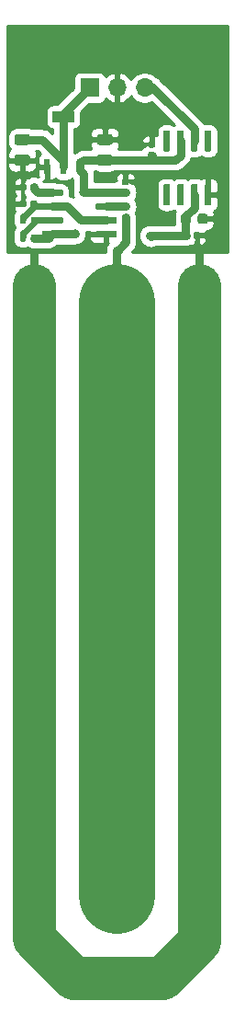
<source format=gbr>
G04 #@! TF.GenerationSoftware,KiCad,Pcbnew,(5.1.5)-3*
G04 #@! TF.CreationDate,2021-01-13T22:22:19-08:00*
G04 #@! TF.ProjectId,MoistureSensor,4d6f6973-7475-4726-9553-656e736f722e,rev?*
G04 #@! TF.SameCoordinates,Original*
G04 #@! TF.FileFunction,Copper,L1,Top*
G04 #@! TF.FilePolarity,Positive*
%FSLAX46Y46*%
G04 Gerber Fmt 4.6, Leading zero omitted, Abs format (unit mm)*
G04 Created by KiCad (PCBNEW (5.1.5)-3) date 2021-01-13 22:22:19*
%MOMM*%
%LPD*%
G04 APERTURE LIST*
%ADD10R,0.482600X1.397000*%
%ADD11R,0.558800X1.397000*%
%ADD12R,2.000000X1.000000*%
%ADD13C,0.100000*%
%ADD14R,0.500000X0.500000*%
%ADD15R,1.700000X1.700000*%
%ADD16O,1.700000X1.700000*%
%ADD17C,0.600000*%
%ADD18C,0.800000*%
%ADD19C,4.000000*%
%ADD20C,0.800000*%
%ADD21C,0.600000*%
%ADD22C,7.000000*%
%ADD23C,0.254000*%
G04 APERTURE END LIST*
D10*
X134137400Y-68846700D03*
D11*
X135636000Y-68846700D03*
D10*
X137134600Y-68846700D03*
D12*
X135636000Y-64262000D03*
G04 #@! TA.AperFunction,SMDPad,CuDef*
D13*
G36*
X135461203Y-74757722D02*
G01*
X135475764Y-74759882D01*
X135490043Y-74763459D01*
X135503903Y-74768418D01*
X135517210Y-74774712D01*
X135529836Y-74782280D01*
X135541659Y-74791048D01*
X135552566Y-74800934D01*
X135562452Y-74811841D01*
X135571220Y-74823664D01*
X135578788Y-74836290D01*
X135585082Y-74849597D01*
X135590041Y-74863457D01*
X135593618Y-74877736D01*
X135595778Y-74892297D01*
X135596500Y-74907000D01*
X135596500Y-75207000D01*
X135595778Y-75221703D01*
X135593618Y-75236264D01*
X135590041Y-75250543D01*
X135585082Y-75264403D01*
X135578788Y-75277710D01*
X135571220Y-75290336D01*
X135562452Y-75302159D01*
X135552566Y-75313066D01*
X135541659Y-75322952D01*
X135529836Y-75331720D01*
X135517210Y-75339288D01*
X135503903Y-75345582D01*
X135490043Y-75350541D01*
X135475764Y-75354118D01*
X135461203Y-75356278D01*
X135446500Y-75357000D01*
X133796500Y-75357000D01*
X133781797Y-75356278D01*
X133767236Y-75354118D01*
X133752957Y-75350541D01*
X133739097Y-75345582D01*
X133725790Y-75339288D01*
X133713164Y-75331720D01*
X133701341Y-75322952D01*
X133690434Y-75313066D01*
X133680548Y-75302159D01*
X133671780Y-75290336D01*
X133664212Y-75277710D01*
X133657918Y-75264403D01*
X133652959Y-75250543D01*
X133649382Y-75236264D01*
X133647222Y-75221703D01*
X133646500Y-75207000D01*
X133646500Y-74907000D01*
X133647222Y-74892297D01*
X133649382Y-74877736D01*
X133652959Y-74863457D01*
X133657918Y-74849597D01*
X133664212Y-74836290D01*
X133671780Y-74823664D01*
X133680548Y-74811841D01*
X133690434Y-74800934D01*
X133701341Y-74791048D01*
X133713164Y-74782280D01*
X133725790Y-74774712D01*
X133739097Y-74768418D01*
X133752957Y-74763459D01*
X133767236Y-74759882D01*
X133781797Y-74757722D01*
X133796500Y-74757000D01*
X135446500Y-74757000D01*
X135461203Y-74757722D01*
G37*
G04 #@! TD.AperFunction*
G04 #@! TA.AperFunction,SMDPad,CuDef*
G36*
X135461203Y-73487722D02*
G01*
X135475764Y-73489882D01*
X135490043Y-73493459D01*
X135503903Y-73498418D01*
X135517210Y-73504712D01*
X135529836Y-73512280D01*
X135541659Y-73521048D01*
X135552566Y-73530934D01*
X135562452Y-73541841D01*
X135571220Y-73553664D01*
X135578788Y-73566290D01*
X135585082Y-73579597D01*
X135590041Y-73593457D01*
X135593618Y-73607736D01*
X135595778Y-73622297D01*
X135596500Y-73637000D01*
X135596500Y-73937000D01*
X135595778Y-73951703D01*
X135593618Y-73966264D01*
X135590041Y-73980543D01*
X135585082Y-73994403D01*
X135578788Y-74007710D01*
X135571220Y-74020336D01*
X135562452Y-74032159D01*
X135552566Y-74043066D01*
X135541659Y-74052952D01*
X135529836Y-74061720D01*
X135517210Y-74069288D01*
X135503903Y-74075582D01*
X135490043Y-74080541D01*
X135475764Y-74084118D01*
X135461203Y-74086278D01*
X135446500Y-74087000D01*
X133796500Y-74087000D01*
X133781797Y-74086278D01*
X133767236Y-74084118D01*
X133752957Y-74080541D01*
X133739097Y-74075582D01*
X133725790Y-74069288D01*
X133713164Y-74061720D01*
X133701341Y-74052952D01*
X133690434Y-74043066D01*
X133680548Y-74032159D01*
X133671780Y-74020336D01*
X133664212Y-74007710D01*
X133657918Y-73994403D01*
X133652959Y-73980543D01*
X133649382Y-73966264D01*
X133647222Y-73951703D01*
X133646500Y-73937000D01*
X133646500Y-73637000D01*
X133647222Y-73622297D01*
X133649382Y-73607736D01*
X133652959Y-73593457D01*
X133657918Y-73579597D01*
X133664212Y-73566290D01*
X133671780Y-73553664D01*
X133680548Y-73541841D01*
X133690434Y-73530934D01*
X133701341Y-73521048D01*
X133713164Y-73512280D01*
X133725790Y-73504712D01*
X133739097Y-73498418D01*
X133752957Y-73493459D01*
X133767236Y-73489882D01*
X133781797Y-73487722D01*
X133796500Y-73487000D01*
X135446500Y-73487000D01*
X135461203Y-73487722D01*
G37*
G04 #@! TD.AperFunction*
G04 #@! TA.AperFunction,SMDPad,CuDef*
G36*
X135461203Y-72217722D02*
G01*
X135475764Y-72219882D01*
X135490043Y-72223459D01*
X135503903Y-72228418D01*
X135517210Y-72234712D01*
X135529836Y-72242280D01*
X135541659Y-72251048D01*
X135552566Y-72260934D01*
X135562452Y-72271841D01*
X135571220Y-72283664D01*
X135578788Y-72296290D01*
X135585082Y-72309597D01*
X135590041Y-72323457D01*
X135593618Y-72337736D01*
X135595778Y-72352297D01*
X135596500Y-72367000D01*
X135596500Y-72667000D01*
X135595778Y-72681703D01*
X135593618Y-72696264D01*
X135590041Y-72710543D01*
X135585082Y-72724403D01*
X135578788Y-72737710D01*
X135571220Y-72750336D01*
X135562452Y-72762159D01*
X135552566Y-72773066D01*
X135541659Y-72782952D01*
X135529836Y-72791720D01*
X135517210Y-72799288D01*
X135503903Y-72805582D01*
X135490043Y-72810541D01*
X135475764Y-72814118D01*
X135461203Y-72816278D01*
X135446500Y-72817000D01*
X133796500Y-72817000D01*
X133781797Y-72816278D01*
X133767236Y-72814118D01*
X133752957Y-72810541D01*
X133739097Y-72805582D01*
X133725790Y-72799288D01*
X133713164Y-72791720D01*
X133701341Y-72782952D01*
X133690434Y-72773066D01*
X133680548Y-72762159D01*
X133671780Y-72750336D01*
X133664212Y-72737710D01*
X133657918Y-72724403D01*
X133652959Y-72710543D01*
X133649382Y-72696264D01*
X133647222Y-72681703D01*
X133646500Y-72667000D01*
X133646500Y-72367000D01*
X133647222Y-72352297D01*
X133649382Y-72337736D01*
X133652959Y-72323457D01*
X133657918Y-72309597D01*
X133664212Y-72296290D01*
X133671780Y-72283664D01*
X133680548Y-72271841D01*
X133690434Y-72260934D01*
X133701341Y-72251048D01*
X133713164Y-72242280D01*
X133725790Y-72234712D01*
X133739097Y-72228418D01*
X133752957Y-72223459D01*
X133767236Y-72219882D01*
X133781797Y-72217722D01*
X133796500Y-72217000D01*
X135446500Y-72217000D01*
X135461203Y-72217722D01*
G37*
G04 #@! TD.AperFunction*
G04 #@! TA.AperFunction,SMDPad,CuDef*
G36*
X135461203Y-70947722D02*
G01*
X135475764Y-70949882D01*
X135490043Y-70953459D01*
X135503903Y-70958418D01*
X135517210Y-70964712D01*
X135529836Y-70972280D01*
X135541659Y-70981048D01*
X135552566Y-70990934D01*
X135562452Y-71001841D01*
X135571220Y-71013664D01*
X135578788Y-71026290D01*
X135585082Y-71039597D01*
X135590041Y-71053457D01*
X135593618Y-71067736D01*
X135595778Y-71082297D01*
X135596500Y-71097000D01*
X135596500Y-71397000D01*
X135595778Y-71411703D01*
X135593618Y-71426264D01*
X135590041Y-71440543D01*
X135585082Y-71454403D01*
X135578788Y-71467710D01*
X135571220Y-71480336D01*
X135562452Y-71492159D01*
X135552566Y-71503066D01*
X135541659Y-71512952D01*
X135529836Y-71521720D01*
X135517210Y-71529288D01*
X135503903Y-71535582D01*
X135490043Y-71540541D01*
X135475764Y-71544118D01*
X135461203Y-71546278D01*
X135446500Y-71547000D01*
X133796500Y-71547000D01*
X133781797Y-71546278D01*
X133767236Y-71544118D01*
X133752957Y-71540541D01*
X133739097Y-71535582D01*
X133725790Y-71529288D01*
X133713164Y-71521720D01*
X133701341Y-71512952D01*
X133690434Y-71503066D01*
X133680548Y-71492159D01*
X133671780Y-71480336D01*
X133664212Y-71467710D01*
X133657918Y-71454403D01*
X133652959Y-71440543D01*
X133649382Y-71426264D01*
X133647222Y-71411703D01*
X133646500Y-71397000D01*
X133646500Y-71097000D01*
X133647222Y-71082297D01*
X133649382Y-71067736D01*
X133652959Y-71053457D01*
X133657918Y-71039597D01*
X133664212Y-71026290D01*
X133671780Y-71013664D01*
X133680548Y-71001841D01*
X133690434Y-70990934D01*
X133701341Y-70981048D01*
X133713164Y-70972280D01*
X133725790Y-70964712D01*
X133739097Y-70958418D01*
X133752957Y-70953459D01*
X133767236Y-70949882D01*
X133781797Y-70947722D01*
X133796500Y-70947000D01*
X135446500Y-70947000D01*
X135461203Y-70947722D01*
G37*
G04 #@! TD.AperFunction*
G04 #@! TA.AperFunction,SMDPad,CuDef*
G36*
X140411203Y-70947722D02*
G01*
X140425764Y-70949882D01*
X140440043Y-70953459D01*
X140453903Y-70958418D01*
X140467210Y-70964712D01*
X140479836Y-70972280D01*
X140491659Y-70981048D01*
X140502566Y-70990934D01*
X140512452Y-71001841D01*
X140521220Y-71013664D01*
X140528788Y-71026290D01*
X140535082Y-71039597D01*
X140540041Y-71053457D01*
X140543618Y-71067736D01*
X140545778Y-71082297D01*
X140546500Y-71097000D01*
X140546500Y-71397000D01*
X140545778Y-71411703D01*
X140543618Y-71426264D01*
X140540041Y-71440543D01*
X140535082Y-71454403D01*
X140528788Y-71467710D01*
X140521220Y-71480336D01*
X140512452Y-71492159D01*
X140502566Y-71503066D01*
X140491659Y-71512952D01*
X140479836Y-71521720D01*
X140467210Y-71529288D01*
X140453903Y-71535582D01*
X140440043Y-71540541D01*
X140425764Y-71544118D01*
X140411203Y-71546278D01*
X140396500Y-71547000D01*
X138746500Y-71547000D01*
X138731797Y-71546278D01*
X138717236Y-71544118D01*
X138702957Y-71540541D01*
X138689097Y-71535582D01*
X138675790Y-71529288D01*
X138663164Y-71521720D01*
X138651341Y-71512952D01*
X138640434Y-71503066D01*
X138630548Y-71492159D01*
X138621780Y-71480336D01*
X138614212Y-71467710D01*
X138607918Y-71454403D01*
X138602959Y-71440543D01*
X138599382Y-71426264D01*
X138597222Y-71411703D01*
X138596500Y-71397000D01*
X138596500Y-71097000D01*
X138597222Y-71082297D01*
X138599382Y-71067736D01*
X138602959Y-71053457D01*
X138607918Y-71039597D01*
X138614212Y-71026290D01*
X138621780Y-71013664D01*
X138630548Y-71001841D01*
X138640434Y-70990934D01*
X138651341Y-70981048D01*
X138663164Y-70972280D01*
X138675790Y-70964712D01*
X138689097Y-70958418D01*
X138702957Y-70953459D01*
X138717236Y-70949882D01*
X138731797Y-70947722D01*
X138746500Y-70947000D01*
X140396500Y-70947000D01*
X140411203Y-70947722D01*
G37*
G04 #@! TD.AperFunction*
G04 #@! TA.AperFunction,SMDPad,CuDef*
G36*
X140411203Y-72217722D02*
G01*
X140425764Y-72219882D01*
X140440043Y-72223459D01*
X140453903Y-72228418D01*
X140467210Y-72234712D01*
X140479836Y-72242280D01*
X140491659Y-72251048D01*
X140502566Y-72260934D01*
X140512452Y-72271841D01*
X140521220Y-72283664D01*
X140528788Y-72296290D01*
X140535082Y-72309597D01*
X140540041Y-72323457D01*
X140543618Y-72337736D01*
X140545778Y-72352297D01*
X140546500Y-72367000D01*
X140546500Y-72667000D01*
X140545778Y-72681703D01*
X140543618Y-72696264D01*
X140540041Y-72710543D01*
X140535082Y-72724403D01*
X140528788Y-72737710D01*
X140521220Y-72750336D01*
X140512452Y-72762159D01*
X140502566Y-72773066D01*
X140491659Y-72782952D01*
X140479836Y-72791720D01*
X140467210Y-72799288D01*
X140453903Y-72805582D01*
X140440043Y-72810541D01*
X140425764Y-72814118D01*
X140411203Y-72816278D01*
X140396500Y-72817000D01*
X138746500Y-72817000D01*
X138731797Y-72816278D01*
X138717236Y-72814118D01*
X138702957Y-72810541D01*
X138689097Y-72805582D01*
X138675790Y-72799288D01*
X138663164Y-72791720D01*
X138651341Y-72782952D01*
X138640434Y-72773066D01*
X138630548Y-72762159D01*
X138621780Y-72750336D01*
X138614212Y-72737710D01*
X138607918Y-72724403D01*
X138602959Y-72710543D01*
X138599382Y-72696264D01*
X138597222Y-72681703D01*
X138596500Y-72667000D01*
X138596500Y-72367000D01*
X138597222Y-72352297D01*
X138599382Y-72337736D01*
X138602959Y-72323457D01*
X138607918Y-72309597D01*
X138614212Y-72296290D01*
X138621780Y-72283664D01*
X138630548Y-72271841D01*
X138640434Y-72260934D01*
X138651341Y-72251048D01*
X138663164Y-72242280D01*
X138675790Y-72234712D01*
X138689097Y-72228418D01*
X138702957Y-72223459D01*
X138717236Y-72219882D01*
X138731797Y-72217722D01*
X138746500Y-72217000D01*
X140396500Y-72217000D01*
X140411203Y-72217722D01*
G37*
G04 #@! TD.AperFunction*
G04 #@! TA.AperFunction,SMDPad,CuDef*
G36*
X140411203Y-73487722D02*
G01*
X140425764Y-73489882D01*
X140440043Y-73493459D01*
X140453903Y-73498418D01*
X140467210Y-73504712D01*
X140479836Y-73512280D01*
X140491659Y-73521048D01*
X140502566Y-73530934D01*
X140512452Y-73541841D01*
X140521220Y-73553664D01*
X140528788Y-73566290D01*
X140535082Y-73579597D01*
X140540041Y-73593457D01*
X140543618Y-73607736D01*
X140545778Y-73622297D01*
X140546500Y-73637000D01*
X140546500Y-73937000D01*
X140545778Y-73951703D01*
X140543618Y-73966264D01*
X140540041Y-73980543D01*
X140535082Y-73994403D01*
X140528788Y-74007710D01*
X140521220Y-74020336D01*
X140512452Y-74032159D01*
X140502566Y-74043066D01*
X140491659Y-74052952D01*
X140479836Y-74061720D01*
X140467210Y-74069288D01*
X140453903Y-74075582D01*
X140440043Y-74080541D01*
X140425764Y-74084118D01*
X140411203Y-74086278D01*
X140396500Y-74087000D01*
X138746500Y-74087000D01*
X138731797Y-74086278D01*
X138717236Y-74084118D01*
X138702957Y-74080541D01*
X138689097Y-74075582D01*
X138675790Y-74069288D01*
X138663164Y-74061720D01*
X138651341Y-74052952D01*
X138640434Y-74043066D01*
X138630548Y-74032159D01*
X138621780Y-74020336D01*
X138614212Y-74007710D01*
X138607918Y-73994403D01*
X138602959Y-73980543D01*
X138599382Y-73966264D01*
X138597222Y-73951703D01*
X138596500Y-73937000D01*
X138596500Y-73637000D01*
X138597222Y-73622297D01*
X138599382Y-73607736D01*
X138602959Y-73593457D01*
X138607918Y-73579597D01*
X138614212Y-73566290D01*
X138621780Y-73553664D01*
X138630548Y-73541841D01*
X138640434Y-73530934D01*
X138651341Y-73521048D01*
X138663164Y-73512280D01*
X138675790Y-73504712D01*
X138689097Y-73498418D01*
X138702957Y-73493459D01*
X138717236Y-73489882D01*
X138731797Y-73487722D01*
X138746500Y-73487000D01*
X140396500Y-73487000D01*
X140411203Y-73487722D01*
G37*
G04 #@! TD.AperFunction*
G04 #@! TA.AperFunction,SMDPad,CuDef*
G36*
X140411203Y-74757722D02*
G01*
X140425764Y-74759882D01*
X140440043Y-74763459D01*
X140453903Y-74768418D01*
X140467210Y-74774712D01*
X140479836Y-74782280D01*
X140491659Y-74791048D01*
X140502566Y-74800934D01*
X140512452Y-74811841D01*
X140521220Y-74823664D01*
X140528788Y-74836290D01*
X140535082Y-74849597D01*
X140540041Y-74863457D01*
X140543618Y-74877736D01*
X140545778Y-74892297D01*
X140546500Y-74907000D01*
X140546500Y-75207000D01*
X140545778Y-75221703D01*
X140543618Y-75236264D01*
X140540041Y-75250543D01*
X140535082Y-75264403D01*
X140528788Y-75277710D01*
X140521220Y-75290336D01*
X140512452Y-75302159D01*
X140502566Y-75313066D01*
X140491659Y-75322952D01*
X140479836Y-75331720D01*
X140467210Y-75339288D01*
X140453903Y-75345582D01*
X140440043Y-75350541D01*
X140425764Y-75354118D01*
X140411203Y-75356278D01*
X140396500Y-75357000D01*
X138746500Y-75357000D01*
X138731797Y-75356278D01*
X138717236Y-75354118D01*
X138702957Y-75350541D01*
X138689097Y-75345582D01*
X138675790Y-75339288D01*
X138663164Y-75331720D01*
X138651341Y-75322952D01*
X138640434Y-75313066D01*
X138630548Y-75302159D01*
X138621780Y-75290336D01*
X138614212Y-75277710D01*
X138607918Y-75264403D01*
X138602959Y-75250543D01*
X138599382Y-75236264D01*
X138597222Y-75221703D01*
X138596500Y-75207000D01*
X138596500Y-74907000D01*
X138597222Y-74892297D01*
X138599382Y-74877736D01*
X138602959Y-74863457D01*
X138607918Y-74849597D01*
X138614212Y-74836290D01*
X138621780Y-74823664D01*
X138630548Y-74811841D01*
X138640434Y-74800934D01*
X138651341Y-74791048D01*
X138663164Y-74782280D01*
X138675790Y-74774712D01*
X138689097Y-74768418D01*
X138702957Y-74763459D01*
X138717236Y-74759882D01*
X138731797Y-74757722D01*
X138746500Y-74757000D01*
X140396500Y-74757000D01*
X140411203Y-74757722D01*
G37*
G04 #@! TD.AperFunction*
G04 #@! TA.AperFunction,SMDPad,CuDef*
G36*
X133031222Y-71953674D02*
G01*
X133044813Y-71955690D01*
X133058140Y-71959028D01*
X133071076Y-71963657D01*
X133083496Y-71969531D01*
X133095280Y-71976594D01*
X133106315Y-71984779D01*
X133116495Y-71994005D01*
X133125721Y-72004185D01*
X133133906Y-72015220D01*
X133140969Y-72027004D01*
X133146843Y-72039424D01*
X133151472Y-72052360D01*
X133154810Y-72065687D01*
X133156826Y-72079278D01*
X133157500Y-72093000D01*
X133157500Y-72433000D01*
X133156826Y-72446722D01*
X133154810Y-72460313D01*
X133151472Y-72473640D01*
X133146843Y-72486576D01*
X133140969Y-72498996D01*
X133133906Y-72510780D01*
X133125721Y-72521815D01*
X133116495Y-72531995D01*
X133106315Y-72541221D01*
X133095280Y-72549406D01*
X133083496Y-72556469D01*
X133071076Y-72562343D01*
X133058140Y-72566972D01*
X133044813Y-72570310D01*
X133031222Y-72572326D01*
X133017500Y-72573000D01*
X132737500Y-72573000D01*
X132723778Y-72572326D01*
X132710187Y-72570310D01*
X132696860Y-72566972D01*
X132683924Y-72562343D01*
X132671504Y-72556469D01*
X132659720Y-72549406D01*
X132648685Y-72541221D01*
X132638505Y-72531995D01*
X132629279Y-72521815D01*
X132621094Y-72510780D01*
X132614031Y-72498996D01*
X132608157Y-72486576D01*
X132603528Y-72473640D01*
X132600190Y-72460313D01*
X132598174Y-72446722D01*
X132597500Y-72433000D01*
X132597500Y-72093000D01*
X132598174Y-72079278D01*
X132600190Y-72065687D01*
X132603528Y-72052360D01*
X132608157Y-72039424D01*
X132614031Y-72027004D01*
X132621094Y-72015220D01*
X132629279Y-72004185D01*
X132638505Y-71994005D01*
X132648685Y-71984779D01*
X132659720Y-71976594D01*
X132671504Y-71969531D01*
X132683924Y-71963657D01*
X132696860Y-71959028D01*
X132710187Y-71955690D01*
X132723778Y-71953674D01*
X132737500Y-71953000D01*
X133017500Y-71953000D01*
X133031222Y-71953674D01*
G37*
G04 #@! TD.AperFunction*
G04 #@! TA.AperFunction,SMDPad,CuDef*
G36*
X132071222Y-71953674D02*
G01*
X132084813Y-71955690D01*
X132098140Y-71959028D01*
X132111076Y-71963657D01*
X132123496Y-71969531D01*
X132135280Y-71976594D01*
X132146315Y-71984779D01*
X132156495Y-71994005D01*
X132165721Y-72004185D01*
X132173906Y-72015220D01*
X132180969Y-72027004D01*
X132186843Y-72039424D01*
X132191472Y-72052360D01*
X132194810Y-72065687D01*
X132196826Y-72079278D01*
X132197500Y-72093000D01*
X132197500Y-72433000D01*
X132196826Y-72446722D01*
X132194810Y-72460313D01*
X132191472Y-72473640D01*
X132186843Y-72486576D01*
X132180969Y-72498996D01*
X132173906Y-72510780D01*
X132165721Y-72521815D01*
X132156495Y-72531995D01*
X132146315Y-72541221D01*
X132135280Y-72549406D01*
X132123496Y-72556469D01*
X132111076Y-72562343D01*
X132098140Y-72566972D01*
X132084813Y-72570310D01*
X132071222Y-72572326D01*
X132057500Y-72573000D01*
X131777500Y-72573000D01*
X131763778Y-72572326D01*
X131750187Y-72570310D01*
X131736860Y-72566972D01*
X131723924Y-72562343D01*
X131711504Y-72556469D01*
X131699720Y-72549406D01*
X131688685Y-72541221D01*
X131678505Y-72531995D01*
X131669279Y-72521815D01*
X131661094Y-72510780D01*
X131654031Y-72498996D01*
X131648157Y-72486576D01*
X131643528Y-72473640D01*
X131640190Y-72460313D01*
X131638174Y-72446722D01*
X131637500Y-72433000D01*
X131637500Y-72093000D01*
X131638174Y-72079278D01*
X131640190Y-72065687D01*
X131643528Y-72052360D01*
X131648157Y-72039424D01*
X131654031Y-72027004D01*
X131661094Y-72015220D01*
X131669279Y-72004185D01*
X131678505Y-71994005D01*
X131688685Y-71984779D01*
X131699720Y-71976594D01*
X131711504Y-71969531D01*
X131723924Y-71963657D01*
X131736860Y-71959028D01*
X131750187Y-71955690D01*
X131763778Y-71953674D01*
X131777500Y-71953000D01*
X132057500Y-71953000D01*
X132071222Y-71953674D01*
G37*
G04 #@! TD.AperFunction*
G04 #@! TA.AperFunction,SMDPad,CuDef*
G36*
X132325504Y-65861204D02*
G01*
X132349773Y-65864804D01*
X132373571Y-65870765D01*
X132396671Y-65879030D01*
X132418849Y-65889520D01*
X132439893Y-65902133D01*
X132459598Y-65916747D01*
X132477777Y-65933223D01*
X132494253Y-65951402D01*
X132508867Y-65971107D01*
X132521480Y-65992151D01*
X132531970Y-66014329D01*
X132540235Y-66037429D01*
X132546196Y-66061227D01*
X132549796Y-66085496D01*
X132551000Y-66110000D01*
X132551000Y-66610000D01*
X132549796Y-66634504D01*
X132546196Y-66658773D01*
X132540235Y-66682571D01*
X132531970Y-66705671D01*
X132521480Y-66727849D01*
X132508867Y-66748893D01*
X132494253Y-66768598D01*
X132477777Y-66786777D01*
X132459598Y-66803253D01*
X132439893Y-66817867D01*
X132418849Y-66830480D01*
X132396671Y-66840970D01*
X132373571Y-66849235D01*
X132349773Y-66855196D01*
X132325504Y-66858796D01*
X132301000Y-66860000D01*
X131351000Y-66860000D01*
X131326496Y-66858796D01*
X131302227Y-66855196D01*
X131278429Y-66849235D01*
X131255329Y-66840970D01*
X131233151Y-66830480D01*
X131212107Y-66817867D01*
X131192402Y-66803253D01*
X131174223Y-66786777D01*
X131157747Y-66768598D01*
X131143133Y-66748893D01*
X131130520Y-66727849D01*
X131120030Y-66705671D01*
X131111765Y-66682571D01*
X131105804Y-66658773D01*
X131102204Y-66634504D01*
X131101000Y-66610000D01*
X131101000Y-66110000D01*
X131102204Y-66085496D01*
X131105804Y-66061227D01*
X131111765Y-66037429D01*
X131120030Y-66014329D01*
X131130520Y-65992151D01*
X131143133Y-65971107D01*
X131157747Y-65951402D01*
X131174223Y-65933223D01*
X131192402Y-65916747D01*
X131212107Y-65902133D01*
X131233151Y-65889520D01*
X131255329Y-65879030D01*
X131278429Y-65870765D01*
X131302227Y-65864804D01*
X131326496Y-65861204D01*
X131351000Y-65860000D01*
X132301000Y-65860000D01*
X132325504Y-65861204D01*
G37*
G04 #@! TD.AperFunction*
G04 #@! TA.AperFunction,SMDPad,CuDef*
G36*
X132325504Y-67761204D02*
G01*
X132349773Y-67764804D01*
X132373571Y-67770765D01*
X132396671Y-67779030D01*
X132418849Y-67789520D01*
X132439893Y-67802133D01*
X132459598Y-67816747D01*
X132477777Y-67833223D01*
X132494253Y-67851402D01*
X132508867Y-67871107D01*
X132521480Y-67892151D01*
X132531970Y-67914329D01*
X132540235Y-67937429D01*
X132546196Y-67961227D01*
X132549796Y-67985496D01*
X132551000Y-68010000D01*
X132551000Y-68510000D01*
X132549796Y-68534504D01*
X132546196Y-68558773D01*
X132540235Y-68582571D01*
X132531970Y-68605671D01*
X132521480Y-68627849D01*
X132508867Y-68648893D01*
X132494253Y-68668598D01*
X132477777Y-68686777D01*
X132459598Y-68703253D01*
X132439893Y-68717867D01*
X132418849Y-68730480D01*
X132396671Y-68740970D01*
X132373571Y-68749235D01*
X132349773Y-68755196D01*
X132325504Y-68758796D01*
X132301000Y-68760000D01*
X131351000Y-68760000D01*
X131326496Y-68758796D01*
X131302227Y-68755196D01*
X131278429Y-68749235D01*
X131255329Y-68740970D01*
X131233151Y-68730480D01*
X131212107Y-68717867D01*
X131192402Y-68703253D01*
X131174223Y-68686777D01*
X131157747Y-68668598D01*
X131143133Y-68648893D01*
X131130520Y-68627849D01*
X131120030Y-68605671D01*
X131111765Y-68582571D01*
X131105804Y-68558773D01*
X131102204Y-68534504D01*
X131101000Y-68510000D01*
X131101000Y-68010000D01*
X131102204Y-67985496D01*
X131105804Y-67961227D01*
X131111765Y-67937429D01*
X131120030Y-67914329D01*
X131130520Y-67892151D01*
X131143133Y-67871107D01*
X131157747Y-67851402D01*
X131174223Y-67833223D01*
X131192402Y-67816747D01*
X131212107Y-67802133D01*
X131233151Y-67789520D01*
X131255329Y-67779030D01*
X131278429Y-67770765D01*
X131302227Y-67764804D01*
X131326496Y-67761204D01*
X131351000Y-67760000D01*
X132301000Y-67760000D01*
X132325504Y-67761204D01*
G37*
G04 #@! TD.AperFunction*
G04 #@! TA.AperFunction,SMDPad,CuDef*
G36*
X139945504Y-67761204D02*
G01*
X139969773Y-67764804D01*
X139993571Y-67770765D01*
X140016671Y-67779030D01*
X140038849Y-67789520D01*
X140059893Y-67802133D01*
X140079598Y-67816747D01*
X140097777Y-67833223D01*
X140114253Y-67851402D01*
X140128867Y-67871107D01*
X140141480Y-67892151D01*
X140151970Y-67914329D01*
X140160235Y-67937429D01*
X140166196Y-67961227D01*
X140169796Y-67985496D01*
X140171000Y-68010000D01*
X140171000Y-68510000D01*
X140169796Y-68534504D01*
X140166196Y-68558773D01*
X140160235Y-68582571D01*
X140151970Y-68605671D01*
X140141480Y-68627849D01*
X140128867Y-68648893D01*
X140114253Y-68668598D01*
X140097777Y-68686777D01*
X140079598Y-68703253D01*
X140059893Y-68717867D01*
X140038849Y-68730480D01*
X140016671Y-68740970D01*
X139993571Y-68749235D01*
X139969773Y-68755196D01*
X139945504Y-68758796D01*
X139921000Y-68760000D01*
X138971000Y-68760000D01*
X138946496Y-68758796D01*
X138922227Y-68755196D01*
X138898429Y-68749235D01*
X138875329Y-68740970D01*
X138853151Y-68730480D01*
X138832107Y-68717867D01*
X138812402Y-68703253D01*
X138794223Y-68686777D01*
X138777747Y-68668598D01*
X138763133Y-68648893D01*
X138750520Y-68627849D01*
X138740030Y-68605671D01*
X138731765Y-68582571D01*
X138725804Y-68558773D01*
X138722204Y-68534504D01*
X138721000Y-68510000D01*
X138721000Y-68010000D01*
X138722204Y-67985496D01*
X138725804Y-67961227D01*
X138731765Y-67937429D01*
X138740030Y-67914329D01*
X138750520Y-67892151D01*
X138763133Y-67871107D01*
X138777747Y-67851402D01*
X138794223Y-67833223D01*
X138812402Y-67816747D01*
X138832107Y-67802133D01*
X138853151Y-67789520D01*
X138875329Y-67779030D01*
X138898429Y-67770765D01*
X138922227Y-67764804D01*
X138946496Y-67761204D01*
X138971000Y-67760000D01*
X139921000Y-67760000D01*
X139945504Y-67761204D01*
G37*
G04 #@! TD.AperFunction*
G04 #@! TA.AperFunction,SMDPad,CuDef*
G36*
X139945504Y-65861204D02*
G01*
X139969773Y-65864804D01*
X139993571Y-65870765D01*
X140016671Y-65879030D01*
X140038849Y-65889520D01*
X140059893Y-65902133D01*
X140079598Y-65916747D01*
X140097777Y-65933223D01*
X140114253Y-65951402D01*
X140128867Y-65971107D01*
X140141480Y-65992151D01*
X140151970Y-66014329D01*
X140160235Y-66037429D01*
X140166196Y-66061227D01*
X140169796Y-66085496D01*
X140171000Y-66110000D01*
X140171000Y-66610000D01*
X140169796Y-66634504D01*
X140166196Y-66658773D01*
X140160235Y-66682571D01*
X140151970Y-66705671D01*
X140141480Y-66727849D01*
X140128867Y-66748893D01*
X140114253Y-66768598D01*
X140097777Y-66786777D01*
X140079598Y-66803253D01*
X140059893Y-66817867D01*
X140038849Y-66830480D01*
X140016671Y-66840970D01*
X139993571Y-66849235D01*
X139969773Y-66855196D01*
X139945504Y-66858796D01*
X139921000Y-66860000D01*
X138971000Y-66860000D01*
X138946496Y-66858796D01*
X138922227Y-66855196D01*
X138898429Y-66849235D01*
X138875329Y-66840970D01*
X138853151Y-66830480D01*
X138832107Y-66817867D01*
X138812402Y-66803253D01*
X138794223Y-66786777D01*
X138777747Y-66768598D01*
X138763133Y-66748893D01*
X138750520Y-66727849D01*
X138740030Y-66705671D01*
X138731765Y-66682571D01*
X138725804Y-66658773D01*
X138722204Y-66634504D01*
X138721000Y-66610000D01*
X138721000Y-66110000D01*
X138722204Y-66085496D01*
X138725804Y-66061227D01*
X138731765Y-66037429D01*
X138740030Y-66014329D01*
X138750520Y-65992151D01*
X138763133Y-65971107D01*
X138777747Y-65951402D01*
X138794223Y-65933223D01*
X138812402Y-65916747D01*
X138832107Y-65902133D01*
X138853151Y-65889520D01*
X138875329Y-65879030D01*
X138898429Y-65870765D01*
X138922227Y-65864804D01*
X138946496Y-65861204D01*
X138971000Y-65860000D01*
X139921000Y-65860000D01*
X139945504Y-65861204D01*
G37*
G04 #@! TD.AperFunction*
G04 #@! TA.AperFunction,SMDPad,CuDef*
G36*
X141534722Y-69979674D02*
G01*
X141548313Y-69981690D01*
X141561640Y-69985028D01*
X141574576Y-69989657D01*
X141586996Y-69995531D01*
X141598780Y-70002594D01*
X141609815Y-70010779D01*
X141619995Y-70020005D01*
X141629221Y-70030185D01*
X141637406Y-70041220D01*
X141644469Y-70053004D01*
X141650343Y-70065424D01*
X141654972Y-70078360D01*
X141658310Y-70091687D01*
X141660326Y-70105278D01*
X141661000Y-70119000D01*
X141661000Y-70399000D01*
X141660326Y-70412722D01*
X141658310Y-70426313D01*
X141654972Y-70439640D01*
X141650343Y-70452576D01*
X141644469Y-70464996D01*
X141637406Y-70476780D01*
X141629221Y-70487815D01*
X141619995Y-70497995D01*
X141609815Y-70507221D01*
X141598780Y-70515406D01*
X141586996Y-70522469D01*
X141574576Y-70528343D01*
X141561640Y-70532972D01*
X141548313Y-70536310D01*
X141534722Y-70538326D01*
X141521000Y-70539000D01*
X141181000Y-70539000D01*
X141167278Y-70538326D01*
X141153687Y-70536310D01*
X141140360Y-70532972D01*
X141127424Y-70528343D01*
X141115004Y-70522469D01*
X141103220Y-70515406D01*
X141092185Y-70507221D01*
X141082005Y-70497995D01*
X141072779Y-70487815D01*
X141064594Y-70476780D01*
X141057531Y-70464996D01*
X141051657Y-70452576D01*
X141047028Y-70439640D01*
X141043690Y-70426313D01*
X141041674Y-70412722D01*
X141041000Y-70399000D01*
X141041000Y-70119000D01*
X141041674Y-70105278D01*
X141043690Y-70091687D01*
X141047028Y-70078360D01*
X141051657Y-70065424D01*
X141057531Y-70053004D01*
X141064594Y-70041220D01*
X141072779Y-70030185D01*
X141082005Y-70020005D01*
X141092185Y-70010779D01*
X141103220Y-70002594D01*
X141115004Y-69995531D01*
X141127424Y-69989657D01*
X141140360Y-69985028D01*
X141153687Y-69981690D01*
X141167278Y-69979674D01*
X141181000Y-69979000D01*
X141521000Y-69979000D01*
X141534722Y-69979674D01*
G37*
G04 #@! TD.AperFunction*
G04 #@! TA.AperFunction,SMDPad,CuDef*
G36*
X141534722Y-70939674D02*
G01*
X141548313Y-70941690D01*
X141561640Y-70945028D01*
X141574576Y-70949657D01*
X141586996Y-70955531D01*
X141598780Y-70962594D01*
X141609815Y-70970779D01*
X141619995Y-70980005D01*
X141629221Y-70990185D01*
X141637406Y-71001220D01*
X141644469Y-71013004D01*
X141650343Y-71025424D01*
X141654972Y-71038360D01*
X141658310Y-71051687D01*
X141660326Y-71065278D01*
X141661000Y-71079000D01*
X141661000Y-71359000D01*
X141660326Y-71372722D01*
X141658310Y-71386313D01*
X141654972Y-71399640D01*
X141650343Y-71412576D01*
X141644469Y-71424996D01*
X141637406Y-71436780D01*
X141629221Y-71447815D01*
X141619995Y-71457995D01*
X141609815Y-71467221D01*
X141598780Y-71475406D01*
X141586996Y-71482469D01*
X141574576Y-71488343D01*
X141561640Y-71492972D01*
X141548313Y-71496310D01*
X141534722Y-71498326D01*
X141521000Y-71499000D01*
X141181000Y-71499000D01*
X141167278Y-71498326D01*
X141153687Y-71496310D01*
X141140360Y-71492972D01*
X141127424Y-71488343D01*
X141115004Y-71482469D01*
X141103220Y-71475406D01*
X141092185Y-71467221D01*
X141082005Y-71457995D01*
X141072779Y-71447815D01*
X141064594Y-71436780D01*
X141057531Y-71424996D01*
X141051657Y-71412576D01*
X141047028Y-71399640D01*
X141043690Y-71386313D01*
X141041674Y-71372722D01*
X141041000Y-71359000D01*
X141041000Y-71079000D01*
X141041674Y-71065278D01*
X141043690Y-71051687D01*
X141047028Y-71038360D01*
X141051657Y-71025424D01*
X141057531Y-71013004D01*
X141064594Y-71001220D01*
X141072779Y-70990185D01*
X141082005Y-70980005D01*
X141092185Y-70970779D01*
X141103220Y-70962594D01*
X141115004Y-70955531D01*
X141127424Y-70949657D01*
X141140360Y-70945028D01*
X141153687Y-70941690D01*
X141167278Y-70939674D01*
X141181000Y-70939000D01*
X141521000Y-70939000D01*
X141534722Y-70939674D01*
G37*
G04 #@! TD.AperFunction*
G04 #@! TA.AperFunction,SMDPad,CuDef*
G36*
X132071222Y-70429674D02*
G01*
X132084813Y-70431690D01*
X132098140Y-70435028D01*
X132111076Y-70439657D01*
X132123496Y-70445531D01*
X132135280Y-70452594D01*
X132146315Y-70460779D01*
X132156495Y-70470005D01*
X132165721Y-70480185D01*
X132173906Y-70491220D01*
X132180969Y-70503004D01*
X132186843Y-70515424D01*
X132191472Y-70528360D01*
X132194810Y-70541687D01*
X132196826Y-70555278D01*
X132197500Y-70569000D01*
X132197500Y-70909000D01*
X132196826Y-70922722D01*
X132194810Y-70936313D01*
X132191472Y-70949640D01*
X132186843Y-70962576D01*
X132180969Y-70974996D01*
X132173906Y-70986780D01*
X132165721Y-70997815D01*
X132156495Y-71007995D01*
X132146315Y-71017221D01*
X132135280Y-71025406D01*
X132123496Y-71032469D01*
X132111076Y-71038343D01*
X132098140Y-71042972D01*
X132084813Y-71046310D01*
X132071222Y-71048326D01*
X132057500Y-71049000D01*
X131777500Y-71049000D01*
X131763778Y-71048326D01*
X131750187Y-71046310D01*
X131736860Y-71042972D01*
X131723924Y-71038343D01*
X131711504Y-71032469D01*
X131699720Y-71025406D01*
X131688685Y-71017221D01*
X131678505Y-71007995D01*
X131669279Y-70997815D01*
X131661094Y-70986780D01*
X131654031Y-70974996D01*
X131648157Y-70962576D01*
X131643528Y-70949640D01*
X131640190Y-70936313D01*
X131638174Y-70922722D01*
X131637500Y-70909000D01*
X131637500Y-70569000D01*
X131638174Y-70555278D01*
X131640190Y-70541687D01*
X131643528Y-70528360D01*
X131648157Y-70515424D01*
X131654031Y-70503004D01*
X131661094Y-70491220D01*
X131669279Y-70480185D01*
X131678505Y-70470005D01*
X131688685Y-70460779D01*
X131699720Y-70452594D01*
X131711504Y-70445531D01*
X131723924Y-70439657D01*
X131736860Y-70435028D01*
X131750187Y-70431690D01*
X131763778Y-70429674D01*
X131777500Y-70429000D01*
X132057500Y-70429000D01*
X132071222Y-70429674D01*
G37*
G04 #@! TD.AperFunction*
G04 #@! TA.AperFunction,SMDPad,CuDef*
G36*
X133031222Y-70429674D02*
G01*
X133044813Y-70431690D01*
X133058140Y-70435028D01*
X133071076Y-70439657D01*
X133083496Y-70445531D01*
X133095280Y-70452594D01*
X133106315Y-70460779D01*
X133116495Y-70470005D01*
X133125721Y-70480185D01*
X133133906Y-70491220D01*
X133140969Y-70503004D01*
X133146843Y-70515424D01*
X133151472Y-70528360D01*
X133154810Y-70541687D01*
X133156826Y-70555278D01*
X133157500Y-70569000D01*
X133157500Y-70909000D01*
X133156826Y-70922722D01*
X133154810Y-70936313D01*
X133151472Y-70949640D01*
X133146843Y-70962576D01*
X133140969Y-70974996D01*
X133133906Y-70986780D01*
X133125721Y-70997815D01*
X133116495Y-71007995D01*
X133106315Y-71017221D01*
X133095280Y-71025406D01*
X133083496Y-71032469D01*
X133071076Y-71038343D01*
X133058140Y-71042972D01*
X133044813Y-71046310D01*
X133031222Y-71048326D01*
X133017500Y-71049000D01*
X132737500Y-71049000D01*
X132723778Y-71048326D01*
X132710187Y-71046310D01*
X132696860Y-71042972D01*
X132683924Y-71038343D01*
X132671504Y-71032469D01*
X132659720Y-71025406D01*
X132648685Y-71017221D01*
X132638505Y-71007995D01*
X132629279Y-70997815D01*
X132621094Y-70986780D01*
X132614031Y-70974996D01*
X132608157Y-70962576D01*
X132603528Y-70949640D01*
X132600190Y-70936313D01*
X132598174Y-70922722D01*
X132597500Y-70909000D01*
X132597500Y-70569000D01*
X132598174Y-70555278D01*
X132600190Y-70541687D01*
X132603528Y-70528360D01*
X132608157Y-70515424D01*
X132614031Y-70503004D01*
X132621094Y-70491220D01*
X132629279Y-70480185D01*
X132638505Y-70470005D01*
X132648685Y-70460779D01*
X132659720Y-70452594D01*
X132671504Y-70445531D01*
X132683924Y-70439657D01*
X132696860Y-70435028D01*
X132710187Y-70431690D01*
X132723778Y-70429674D01*
X132737500Y-70429000D01*
X133017500Y-70429000D01*
X133031222Y-70429674D01*
G37*
G04 #@! TD.AperFunction*
G04 #@! TA.AperFunction,SMDPad,CuDef*
G36*
X147173054Y-73186083D02*
G01*
X147194895Y-73189323D01*
X147216314Y-73194688D01*
X147237104Y-73202127D01*
X147257064Y-73211568D01*
X147276003Y-73222919D01*
X147293738Y-73236073D01*
X147310099Y-73250901D01*
X147324927Y-73267262D01*
X147338081Y-73284997D01*
X147349432Y-73303936D01*
X147358873Y-73323896D01*
X147366312Y-73344686D01*
X147371677Y-73366105D01*
X147374917Y-73387946D01*
X147376000Y-73410000D01*
X147376000Y-73910000D01*
X147374917Y-73932054D01*
X147371677Y-73953895D01*
X147366312Y-73975314D01*
X147358873Y-73996104D01*
X147349432Y-74016064D01*
X147338081Y-74035003D01*
X147324927Y-74052738D01*
X147310099Y-74069099D01*
X147293738Y-74083927D01*
X147276003Y-74097081D01*
X147257064Y-74108432D01*
X147237104Y-74117873D01*
X147216314Y-74125312D01*
X147194895Y-74130677D01*
X147173054Y-74133917D01*
X147151000Y-74135000D01*
X146701000Y-74135000D01*
X146678946Y-74133917D01*
X146657105Y-74130677D01*
X146635686Y-74125312D01*
X146614896Y-74117873D01*
X146594936Y-74108432D01*
X146575997Y-74097081D01*
X146558262Y-74083927D01*
X146541901Y-74069099D01*
X146527073Y-74052738D01*
X146513919Y-74035003D01*
X146502568Y-74016064D01*
X146493127Y-73996104D01*
X146485688Y-73975314D01*
X146480323Y-73953895D01*
X146477083Y-73932054D01*
X146476000Y-73910000D01*
X146476000Y-73410000D01*
X146477083Y-73387946D01*
X146480323Y-73366105D01*
X146485688Y-73344686D01*
X146493127Y-73323896D01*
X146502568Y-73303936D01*
X146513919Y-73284997D01*
X146527073Y-73267262D01*
X146541901Y-73250901D01*
X146558262Y-73236073D01*
X146575997Y-73222919D01*
X146594936Y-73211568D01*
X146614896Y-73202127D01*
X146635686Y-73194688D01*
X146657105Y-73189323D01*
X146678946Y-73186083D01*
X146701000Y-73185000D01*
X147151000Y-73185000D01*
X147173054Y-73186083D01*
G37*
G04 #@! TD.AperFunction*
G04 #@! TA.AperFunction,SMDPad,CuDef*
G36*
X148723054Y-73186083D02*
G01*
X148744895Y-73189323D01*
X148766314Y-73194688D01*
X148787104Y-73202127D01*
X148807064Y-73211568D01*
X148826003Y-73222919D01*
X148843738Y-73236073D01*
X148860099Y-73250901D01*
X148874927Y-73267262D01*
X148888081Y-73284997D01*
X148899432Y-73303936D01*
X148908873Y-73323896D01*
X148916312Y-73344686D01*
X148921677Y-73366105D01*
X148924917Y-73387946D01*
X148926000Y-73410000D01*
X148926000Y-73910000D01*
X148924917Y-73932054D01*
X148921677Y-73953895D01*
X148916312Y-73975314D01*
X148908873Y-73996104D01*
X148899432Y-74016064D01*
X148888081Y-74035003D01*
X148874927Y-74052738D01*
X148860099Y-74069099D01*
X148843738Y-74083927D01*
X148826003Y-74097081D01*
X148807064Y-74108432D01*
X148787104Y-74117873D01*
X148766314Y-74125312D01*
X148744895Y-74130677D01*
X148723054Y-74133917D01*
X148701000Y-74135000D01*
X148251000Y-74135000D01*
X148228946Y-74133917D01*
X148207105Y-74130677D01*
X148185686Y-74125312D01*
X148164896Y-74117873D01*
X148144936Y-74108432D01*
X148125997Y-74097081D01*
X148108262Y-74083927D01*
X148091901Y-74069099D01*
X148077073Y-74052738D01*
X148063919Y-74035003D01*
X148052568Y-74016064D01*
X148043127Y-73996104D01*
X148035688Y-73975314D01*
X148030323Y-73953895D01*
X148027083Y-73932054D01*
X148026000Y-73910000D01*
X148026000Y-73410000D01*
X148027083Y-73387946D01*
X148030323Y-73366105D01*
X148035688Y-73344686D01*
X148043127Y-73323896D01*
X148052568Y-73303936D01*
X148063919Y-73284997D01*
X148077073Y-73267262D01*
X148091901Y-73250901D01*
X148108262Y-73236073D01*
X148125997Y-73222919D01*
X148144936Y-73211568D01*
X148164896Y-73202127D01*
X148185686Y-73194688D01*
X148207105Y-73189323D01*
X148228946Y-73186083D01*
X148251000Y-73185000D01*
X148701000Y-73185000D01*
X148723054Y-73186083D01*
G37*
G04 #@! TD.AperFunction*
G04 #@! TA.AperFunction,SMDPad,CuDef*
G36*
X143947722Y-66550674D02*
G01*
X143961313Y-66552690D01*
X143974640Y-66556028D01*
X143987576Y-66560657D01*
X143999996Y-66566531D01*
X144011780Y-66573594D01*
X144022815Y-66581779D01*
X144032995Y-66591005D01*
X144042221Y-66601185D01*
X144050406Y-66612220D01*
X144057469Y-66624004D01*
X144063343Y-66636424D01*
X144067972Y-66649360D01*
X144071310Y-66662687D01*
X144073326Y-66676278D01*
X144074000Y-66690000D01*
X144074000Y-66970000D01*
X144073326Y-66983722D01*
X144071310Y-66997313D01*
X144067972Y-67010640D01*
X144063343Y-67023576D01*
X144057469Y-67035996D01*
X144050406Y-67047780D01*
X144042221Y-67058815D01*
X144032995Y-67068995D01*
X144022815Y-67078221D01*
X144011780Y-67086406D01*
X143999996Y-67093469D01*
X143987576Y-67099343D01*
X143974640Y-67103972D01*
X143961313Y-67107310D01*
X143947722Y-67109326D01*
X143934000Y-67110000D01*
X143594000Y-67110000D01*
X143580278Y-67109326D01*
X143566687Y-67107310D01*
X143553360Y-67103972D01*
X143540424Y-67099343D01*
X143528004Y-67093469D01*
X143516220Y-67086406D01*
X143505185Y-67078221D01*
X143495005Y-67068995D01*
X143485779Y-67058815D01*
X143477594Y-67047780D01*
X143470531Y-67035996D01*
X143464657Y-67023576D01*
X143460028Y-67010640D01*
X143456690Y-66997313D01*
X143454674Y-66983722D01*
X143454000Y-66970000D01*
X143454000Y-66690000D01*
X143454674Y-66676278D01*
X143456690Y-66662687D01*
X143460028Y-66649360D01*
X143464657Y-66636424D01*
X143470531Y-66624004D01*
X143477594Y-66612220D01*
X143485779Y-66601185D01*
X143495005Y-66591005D01*
X143505185Y-66581779D01*
X143516220Y-66573594D01*
X143528004Y-66566531D01*
X143540424Y-66560657D01*
X143553360Y-66556028D01*
X143566687Y-66552690D01*
X143580278Y-66550674D01*
X143594000Y-66550000D01*
X143934000Y-66550000D01*
X143947722Y-66550674D01*
G37*
G04 #@! TD.AperFunction*
G04 #@! TA.AperFunction,SMDPad,CuDef*
G36*
X143947722Y-67510674D02*
G01*
X143961313Y-67512690D01*
X143974640Y-67516028D01*
X143987576Y-67520657D01*
X143999996Y-67526531D01*
X144011780Y-67533594D01*
X144022815Y-67541779D01*
X144032995Y-67551005D01*
X144042221Y-67561185D01*
X144050406Y-67572220D01*
X144057469Y-67584004D01*
X144063343Y-67596424D01*
X144067972Y-67609360D01*
X144071310Y-67622687D01*
X144073326Y-67636278D01*
X144074000Y-67650000D01*
X144074000Y-67930000D01*
X144073326Y-67943722D01*
X144071310Y-67957313D01*
X144067972Y-67970640D01*
X144063343Y-67983576D01*
X144057469Y-67995996D01*
X144050406Y-68007780D01*
X144042221Y-68018815D01*
X144032995Y-68028995D01*
X144022815Y-68038221D01*
X144011780Y-68046406D01*
X143999996Y-68053469D01*
X143987576Y-68059343D01*
X143974640Y-68063972D01*
X143961313Y-68067310D01*
X143947722Y-68069326D01*
X143934000Y-68070000D01*
X143594000Y-68070000D01*
X143580278Y-68069326D01*
X143566687Y-68067310D01*
X143553360Y-68063972D01*
X143540424Y-68059343D01*
X143528004Y-68053469D01*
X143516220Y-68046406D01*
X143505185Y-68038221D01*
X143495005Y-68028995D01*
X143485779Y-68018815D01*
X143477594Y-68007780D01*
X143470531Y-67995996D01*
X143464657Y-67983576D01*
X143460028Y-67970640D01*
X143456690Y-67957313D01*
X143454674Y-67943722D01*
X143454000Y-67930000D01*
X143454000Y-67650000D01*
X143454674Y-67636278D01*
X143456690Y-67622687D01*
X143460028Y-67609360D01*
X143464657Y-67596424D01*
X143470531Y-67584004D01*
X143477594Y-67572220D01*
X143485779Y-67561185D01*
X143495005Y-67551005D01*
X143505185Y-67541779D01*
X143516220Y-67533594D01*
X143528004Y-67526531D01*
X143540424Y-67520657D01*
X143553360Y-67516028D01*
X143566687Y-67512690D01*
X143580278Y-67510674D01*
X143594000Y-67510000D01*
X143934000Y-67510000D01*
X143947722Y-67510674D01*
G37*
G04 #@! TD.AperFunction*
D14*
X143594000Y-75311000D03*
X141394000Y-75311000D03*
D15*
X138049000Y-61595000D03*
D16*
X140589000Y-61595000D03*
X143129000Y-61595000D03*
G04 #@! TA.AperFunction,SMDPad,CuDef*
D13*
G36*
X132035732Y-75118650D02*
G01*
X132048837Y-75120594D01*
X132061688Y-75123813D01*
X132074162Y-75128276D01*
X132086139Y-75133941D01*
X132097502Y-75140752D01*
X132108143Y-75148644D01*
X132117959Y-75157541D01*
X132126856Y-75167357D01*
X132134748Y-75177998D01*
X132141559Y-75189361D01*
X132147224Y-75201338D01*
X132151687Y-75213812D01*
X132154906Y-75226663D01*
X132156850Y-75239768D01*
X132157500Y-75253000D01*
X132157500Y-75623000D01*
X132156850Y-75636232D01*
X132154906Y-75649337D01*
X132151687Y-75662188D01*
X132147224Y-75674662D01*
X132141559Y-75686639D01*
X132134748Y-75698002D01*
X132126856Y-75708643D01*
X132117959Y-75718459D01*
X132108143Y-75727356D01*
X132097502Y-75735248D01*
X132086139Y-75742059D01*
X132074162Y-75747724D01*
X132061688Y-75752187D01*
X132048837Y-75755406D01*
X132035732Y-75757350D01*
X132022500Y-75758000D01*
X131752500Y-75758000D01*
X131739268Y-75757350D01*
X131726163Y-75755406D01*
X131713312Y-75752187D01*
X131700838Y-75747724D01*
X131688861Y-75742059D01*
X131677498Y-75735248D01*
X131666857Y-75727356D01*
X131657041Y-75718459D01*
X131648144Y-75708643D01*
X131640252Y-75698002D01*
X131633441Y-75686639D01*
X131627776Y-75674662D01*
X131623313Y-75662188D01*
X131620094Y-75649337D01*
X131618150Y-75636232D01*
X131617500Y-75623000D01*
X131617500Y-75253000D01*
X131618150Y-75239768D01*
X131620094Y-75226663D01*
X131623313Y-75213812D01*
X131627776Y-75201338D01*
X131633441Y-75189361D01*
X131640252Y-75177998D01*
X131648144Y-75167357D01*
X131657041Y-75157541D01*
X131666857Y-75148644D01*
X131677498Y-75140752D01*
X131688861Y-75133941D01*
X131700838Y-75128276D01*
X131713312Y-75123813D01*
X131726163Y-75120594D01*
X131739268Y-75118650D01*
X131752500Y-75118000D01*
X132022500Y-75118000D01*
X132035732Y-75118650D01*
G37*
G04 #@! TD.AperFunction*
G04 #@! TA.AperFunction,SMDPad,CuDef*
G36*
X133055732Y-75118650D02*
G01*
X133068837Y-75120594D01*
X133081688Y-75123813D01*
X133094162Y-75128276D01*
X133106139Y-75133941D01*
X133117502Y-75140752D01*
X133128143Y-75148644D01*
X133137959Y-75157541D01*
X133146856Y-75167357D01*
X133154748Y-75177998D01*
X133161559Y-75189361D01*
X133167224Y-75201338D01*
X133171687Y-75213812D01*
X133174906Y-75226663D01*
X133176850Y-75239768D01*
X133177500Y-75253000D01*
X133177500Y-75623000D01*
X133176850Y-75636232D01*
X133174906Y-75649337D01*
X133171687Y-75662188D01*
X133167224Y-75674662D01*
X133161559Y-75686639D01*
X133154748Y-75698002D01*
X133146856Y-75708643D01*
X133137959Y-75718459D01*
X133128143Y-75727356D01*
X133117502Y-75735248D01*
X133106139Y-75742059D01*
X133094162Y-75747724D01*
X133081688Y-75752187D01*
X133068837Y-75755406D01*
X133055732Y-75757350D01*
X133042500Y-75758000D01*
X132772500Y-75758000D01*
X132759268Y-75757350D01*
X132746163Y-75755406D01*
X132733312Y-75752187D01*
X132720838Y-75747724D01*
X132708861Y-75742059D01*
X132697498Y-75735248D01*
X132686857Y-75727356D01*
X132677041Y-75718459D01*
X132668144Y-75708643D01*
X132660252Y-75698002D01*
X132653441Y-75686639D01*
X132647776Y-75674662D01*
X132643313Y-75662188D01*
X132640094Y-75649337D01*
X132638150Y-75636232D01*
X132637500Y-75623000D01*
X132637500Y-75253000D01*
X132638150Y-75239768D01*
X132640094Y-75226663D01*
X132643313Y-75213812D01*
X132647776Y-75201338D01*
X132653441Y-75189361D01*
X132660252Y-75177998D01*
X132668144Y-75167357D01*
X132677041Y-75157541D01*
X132686857Y-75148644D01*
X132697498Y-75140752D01*
X132708861Y-75133941D01*
X132720838Y-75128276D01*
X132733312Y-75123813D01*
X132746163Y-75120594D01*
X132759268Y-75118650D01*
X132772500Y-75118000D01*
X133042500Y-75118000D01*
X133055732Y-75118650D01*
G37*
G04 #@! TD.AperFunction*
G04 #@! TA.AperFunction,SMDPad,CuDef*
G36*
X132035732Y-73467650D02*
G01*
X132048837Y-73469594D01*
X132061688Y-73472813D01*
X132074162Y-73477276D01*
X132086139Y-73482941D01*
X132097502Y-73489752D01*
X132108143Y-73497644D01*
X132117959Y-73506541D01*
X132126856Y-73516357D01*
X132134748Y-73526998D01*
X132141559Y-73538361D01*
X132147224Y-73550338D01*
X132151687Y-73562812D01*
X132154906Y-73575663D01*
X132156850Y-73588768D01*
X132157500Y-73602000D01*
X132157500Y-73972000D01*
X132156850Y-73985232D01*
X132154906Y-73998337D01*
X132151687Y-74011188D01*
X132147224Y-74023662D01*
X132141559Y-74035639D01*
X132134748Y-74047002D01*
X132126856Y-74057643D01*
X132117959Y-74067459D01*
X132108143Y-74076356D01*
X132097502Y-74084248D01*
X132086139Y-74091059D01*
X132074162Y-74096724D01*
X132061688Y-74101187D01*
X132048837Y-74104406D01*
X132035732Y-74106350D01*
X132022500Y-74107000D01*
X131752500Y-74107000D01*
X131739268Y-74106350D01*
X131726163Y-74104406D01*
X131713312Y-74101187D01*
X131700838Y-74096724D01*
X131688861Y-74091059D01*
X131677498Y-74084248D01*
X131666857Y-74076356D01*
X131657041Y-74067459D01*
X131648144Y-74057643D01*
X131640252Y-74047002D01*
X131633441Y-74035639D01*
X131627776Y-74023662D01*
X131623313Y-74011188D01*
X131620094Y-73998337D01*
X131618150Y-73985232D01*
X131617500Y-73972000D01*
X131617500Y-73602000D01*
X131618150Y-73588768D01*
X131620094Y-73575663D01*
X131623313Y-73562812D01*
X131627776Y-73550338D01*
X131633441Y-73538361D01*
X131640252Y-73526998D01*
X131648144Y-73516357D01*
X131657041Y-73506541D01*
X131666857Y-73497644D01*
X131677498Y-73489752D01*
X131688861Y-73482941D01*
X131700838Y-73477276D01*
X131713312Y-73472813D01*
X131726163Y-73469594D01*
X131739268Y-73467650D01*
X131752500Y-73467000D01*
X132022500Y-73467000D01*
X132035732Y-73467650D01*
G37*
G04 #@! TD.AperFunction*
G04 #@! TA.AperFunction,SMDPad,CuDef*
G36*
X133055732Y-73467650D02*
G01*
X133068837Y-73469594D01*
X133081688Y-73472813D01*
X133094162Y-73477276D01*
X133106139Y-73482941D01*
X133117502Y-73489752D01*
X133128143Y-73497644D01*
X133137959Y-73506541D01*
X133146856Y-73516357D01*
X133154748Y-73526998D01*
X133161559Y-73538361D01*
X133167224Y-73550338D01*
X133171687Y-73562812D01*
X133174906Y-73575663D01*
X133176850Y-73588768D01*
X133177500Y-73602000D01*
X133177500Y-73972000D01*
X133176850Y-73985232D01*
X133174906Y-73998337D01*
X133171687Y-74011188D01*
X133167224Y-74023662D01*
X133161559Y-74035639D01*
X133154748Y-74047002D01*
X133146856Y-74057643D01*
X133137959Y-74067459D01*
X133128143Y-74076356D01*
X133117502Y-74084248D01*
X133106139Y-74091059D01*
X133094162Y-74096724D01*
X133081688Y-74101187D01*
X133068837Y-74104406D01*
X133055732Y-74106350D01*
X133042500Y-74107000D01*
X132772500Y-74107000D01*
X132759268Y-74106350D01*
X132746163Y-74104406D01*
X132733312Y-74101187D01*
X132720838Y-74096724D01*
X132708861Y-74091059D01*
X132697498Y-74084248D01*
X132686857Y-74076356D01*
X132677041Y-74067459D01*
X132668144Y-74057643D01*
X132660252Y-74047002D01*
X132653441Y-74035639D01*
X132647776Y-74023662D01*
X132643313Y-74011188D01*
X132640094Y-73998337D01*
X132638150Y-73985232D01*
X132637500Y-73972000D01*
X132637500Y-73602000D01*
X132638150Y-73588768D01*
X132640094Y-73575663D01*
X132643313Y-73562812D01*
X132647776Y-73550338D01*
X132653441Y-73538361D01*
X132660252Y-73526998D01*
X132668144Y-73516357D01*
X132677041Y-73506541D01*
X132686857Y-73497644D01*
X132697498Y-73489752D01*
X132708861Y-73482941D01*
X132720838Y-73477276D01*
X132733312Y-73472813D01*
X132746163Y-73469594D01*
X132759268Y-73467650D01*
X132772500Y-73467000D01*
X133042500Y-73467000D01*
X133055732Y-73467650D01*
G37*
G04 #@! TD.AperFunction*
G04 #@! TA.AperFunction,SMDPad,CuDef*
G36*
X141549232Y-72245650D02*
G01*
X141562337Y-72247594D01*
X141575188Y-72250813D01*
X141587662Y-72255276D01*
X141599639Y-72260941D01*
X141611002Y-72267752D01*
X141621643Y-72275644D01*
X141631459Y-72284541D01*
X141640356Y-72294357D01*
X141648248Y-72304998D01*
X141655059Y-72316361D01*
X141660724Y-72328338D01*
X141665187Y-72340812D01*
X141668406Y-72353663D01*
X141670350Y-72366768D01*
X141671000Y-72380000D01*
X141671000Y-72650000D01*
X141670350Y-72663232D01*
X141668406Y-72676337D01*
X141665187Y-72689188D01*
X141660724Y-72701662D01*
X141655059Y-72713639D01*
X141648248Y-72725002D01*
X141640356Y-72735643D01*
X141631459Y-72745459D01*
X141621643Y-72754356D01*
X141611002Y-72762248D01*
X141599639Y-72769059D01*
X141587662Y-72774724D01*
X141575188Y-72779187D01*
X141562337Y-72782406D01*
X141549232Y-72784350D01*
X141536000Y-72785000D01*
X141166000Y-72785000D01*
X141152768Y-72784350D01*
X141139663Y-72782406D01*
X141126812Y-72779187D01*
X141114338Y-72774724D01*
X141102361Y-72769059D01*
X141090998Y-72762248D01*
X141080357Y-72754356D01*
X141070541Y-72745459D01*
X141061644Y-72735643D01*
X141053752Y-72725002D01*
X141046941Y-72713639D01*
X141041276Y-72701662D01*
X141036813Y-72689188D01*
X141033594Y-72676337D01*
X141031650Y-72663232D01*
X141031000Y-72650000D01*
X141031000Y-72380000D01*
X141031650Y-72366768D01*
X141033594Y-72353663D01*
X141036813Y-72340812D01*
X141041276Y-72328338D01*
X141046941Y-72316361D01*
X141053752Y-72304998D01*
X141061644Y-72294357D01*
X141070541Y-72284541D01*
X141080357Y-72275644D01*
X141090998Y-72267752D01*
X141102361Y-72260941D01*
X141114338Y-72255276D01*
X141126812Y-72250813D01*
X141139663Y-72247594D01*
X141152768Y-72245650D01*
X141166000Y-72245000D01*
X141536000Y-72245000D01*
X141549232Y-72245650D01*
G37*
G04 #@! TD.AperFunction*
G04 #@! TA.AperFunction,SMDPad,CuDef*
G36*
X141549232Y-73265650D02*
G01*
X141562337Y-73267594D01*
X141575188Y-73270813D01*
X141587662Y-73275276D01*
X141599639Y-73280941D01*
X141611002Y-73287752D01*
X141621643Y-73295644D01*
X141631459Y-73304541D01*
X141640356Y-73314357D01*
X141648248Y-73324998D01*
X141655059Y-73336361D01*
X141660724Y-73348338D01*
X141665187Y-73360812D01*
X141668406Y-73373663D01*
X141670350Y-73386768D01*
X141671000Y-73400000D01*
X141671000Y-73670000D01*
X141670350Y-73683232D01*
X141668406Y-73696337D01*
X141665187Y-73709188D01*
X141660724Y-73721662D01*
X141655059Y-73733639D01*
X141648248Y-73745002D01*
X141640356Y-73755643D01*
X141631459Y-73765459D01*
X141621643Y-73774356D01*
X141611002Y-73782248D01*
X141599639Y-73789059D01*
X141587662Y-73794724D01*
X141575188Y-73799187D01*
X141562337Y-73802406D01*
X141549232Y-73804350D01*
X141536000Y-73805000D01*
X141166000Y-73805000D01*
X141152768Y-73804350D01*
X141139663Y-73802406D01*
X141126812Y-73799187D01*
X141114338Y-73794724D01*
X141102361Y-73789059D01*
X141090998Y-73782248D01*
X141080357Y-73774356D01*
X141070541Y-73765459D01*
X141061644Y-73755643D01*
X141053752Y-73745002D01*
X141046941Y-73733639D01*
X141041276Y-73721662D01*
X141036813Y-73709188D01*
X141033594Y-73696337D01*
X141031650Y-73683232D01*
X141031000Y-73670000D01*
X141031000Y-73400000D01*
X141031650Y-73386768D01*
X141033594Y-73373663D01*
X141036813Y-73360812D01*
X141041276Y-73348338D01*
X141046941Y-73336361D01*
X141053752Y-73324998D01*
X141061644Y-73314357D01*
X141070541Y-73304541D01*
X141080357Y-73295644D01*
X141090998Y-73287752D01*
X141102361Y-73280941D01*
X141114338Y-73275276D01*
X141126812Y-73270813D01*
X141139663Y-73267594D01*
X141152768Y-73265650D01*
X141166000Y-73265000D01*
X141536000Y-73265000D01*
X141549232Y-73265650D01*
G37*
G04 #@! TD.AperFunction*
G04 #@! TA.AperFunction,SMDPad,CuDef*
G36*
X148105232Y-74864650D02*
G01*
X148118337Y-74866594D01*
X148131188Y-74869813D01*
X148143662Y-74874276D01*
X148155639Y-74879941D01*
X148167002Y-74886752D01*
X148177643Y-74894644D01*
X148187459Y-74903541D01*
X148196356Y-74913357D01*
X148204248Y-74923998D01*
X148211059Y-74935361D01*
X148216724Y-74947338D01*
X148221187Y-74959812D01*
X148224406Y-74972663D01*
X148226350Y-74985768D01*
X148227000Y-74999000D01*
X148227000Y-75369000D01*
X148226350Y-75382232D01*
X148224406Y-75395337D01*
X148221187Y-75408188D01*
X148216724Y-75420662D01*
X148211059Y-75432639D01*
X148204248Y-75444002D01*
X148196356Y-75454643D01*
X148187459Y-75464459D01*
X148177643Y-75473356D01*
X148167002Y-75481248D01*
X148155639Y-75488059D01*
X148143662Y-75493724D01*
X148131188Y-75498187D01*
X148118337Y-75501406D01*
X148105232Y-75503350D01*
X148092000Y-75504000D01*
X147822000Y-75504000D01*
X147808768Y-75503350D01*
X147795663Y-75501406D01*
X147782812Y-75498187D01*
X147770338Y-75493724D01*
X147758361Y-75488059D01*
X147746998Y-75481248D01*
X147736357Y-75473356D01*
X147726541Y-75464459D01*
X147717644Y-75454643D01*
X147709752Y-75444002D01*
X147702941Y-75432639D01*
X147697276Y-75420662D01*
X147692813Y-75408188D01*
X147689594Y-75395337D01*
X147687650Y-75382232D01*
X147687000Y-75369000D01*
X147687000Y-74999000D01*
X147687650Y-74985768D01*
X147689594Y-74972663D01*
X147692813Y-74959812D01*
X147697276Y-74947338D01*
X147702941Y-74935361D01*
X147709752Y-74923998D01*
X147717644Y-74913357D01*
X147726541Y-74903541D01*
X147736357Y-74894644D01*
X147746998Y-74886752D01*
X147758361Y-74879941D01*
X147770338Y-74874276D01*
X147782812Y-74869813D01*
X147795663Y-74866594D01*
X147808768Y-74864650D01*
X147822000Y-74864000D01*
X148092000Y-74864000D01*
X148105232Y-74864650D01*
G37*
G04 #@! TD.AperFunction*
G04 #@! TA.AperFunction,SMDPad,CuDef*
G36*
X147085232Y-74864650D02*
G01*
X147098337Y-74866594D01*
X147111188Y-74869813D01*
X147123662Y-74874276D01*
X147135639Y-74879941D01*
X147147002Y-74886752D01*
X147157643Y-74894644D01*
X147167459Y-74903541D01*
X147176356Y-74913357D01*
X147184248Y-74923998D01*
X147191059Y-74935361D01*
X147196724Y-74947338D01*
X147201187Y-74959812D01*
X147204406Y-74972663D01*
X147206350Y-74985768D01*
X147207000Y-74999000D01*
X147207000Y-75369000D01*
X147206350Y-75382232D01*
X147204406Y-75395337D01*
X147201187Y-75408188D01*
X147196724Y-75420662D01*
X147191059Y-75432639D01*
X147184248Y-75444002D01*
X147176356Y-75454643D01*
X147167459Y-75464459D01*
X147157643Y-75473356D01*
X147147002Y-75481248D01*
X147135639Y-75488059D01*
X147123662Y-75493724D01*
X147111188Y-75498187D01*
X147098337Y-75501406D01*
X147085232Y-75503350D01*
X147072000Y-75504000D01*
X146802000Y-75504000D01*
X146788768Y-75503350D01*
X146775663Y-75501406D01*
X146762812Y-75498187D01*
X146750338Y-75493724D01*
X146738361Y-75488059D01*
X146726998Y-75481248D01*
X146716357Y-75473356D01*
X146706541Y-75464459D01*
X146697644Y-75454643D01*
X146689752Y-75444002D01*
X146682941Y-75432639D01*
X146677276Y-75420662D01*
X146672813Y-75408188D01*
X146669594Y-75395337D01*
X146667650Y-75382232D01*
X146667000Y-75369000D01*
X146667000Y-74999000D01*
X146667650Y-74985768D01*
X146669594Y-74972663D01*
X146672813Y-74959812D01*
X146677276Y-74947338D01*
X146682941Y-74935361D01*
X146689752Y-74923998D01*
X146697644Y-74913357D01*
X146706541Y-74903541D01*
X146716357Y-74894644D01*
X146726998Y-74886752D01*
X146738361Y-74879941D01*
X146750338Y-74874276D01*
X146762812Y-74869813D01*
X146775663Y-74866594D01*
X146788768Y-74864650D01*
X146802000Y-74864000D01*
X147072000Y-74864000D01*
X147085232Y-74864650D01*
G37*
G04 #@! TD.AperFunction*
G04 #@! TA.AperFunction,SMDPad,CuDef*
G36*
X145325703Y-65511722D02*
G01*
X145340264Y-65513882D01*
X145354543Y-65517459D01*
X145368403Y-65522418D01*
X145381710Y-65528712D01*
X145394336Y-65536280D01*
X145406159Y-65545048D01*
X145417066Y-65554934D01*
X145426952Y-65565841D01*
X145435720Y-65577664D01*
X145443288Y-65590290D01*
X145449582Y-65603597D01*
X145454541Y-65617457D01*
X145458118Y-65631736D01*
X145460278Y-65646297D01*
X145461000Y-65661000D01*
X145461000Y-67311000D01*
X145460278Y-67325703D01*
X145458118Y-67340264D01*
X145454541Y-67354543D01*
X145449582Y-67368403D01*
X145443288Y-67381710D01*
X145435720Y-67394336D01*
X145426952Y-67406159D01*
X145417066Y-67417066D01*
X145406159Y-67426952D01*
X145394336Y-67435720D01*
X145381710Y-67443288D01*
X145368403Y-67449582D01*
X145354543Y-67454541D01*
X145340264Y-67458118D01*
X145325703Y-67460278D01*
X145311000Y-67461000D01*
X145011000Y-67461000D01*
X144996297Y-67460278D01*
X144981736Y-67458118D01*
X144967457Y-67454541D01*
X144953597Y-67449582D01*
X144940290Y-67443288D01*
X144927664Y-67435720D01*
X144915841Y-67426952D01*
X144904934Y-67417066D01*
X144895048Y-67406159D01*
X144886280Y-67394336D01*
X144878712Y-67381710D01*
X144872418Y-67368403D01*
X144867459Y-67354543D01*
X144863882Y-67340264D01*
X144861722Y-67325703D01*
X144861000Y-67311000D01*
X144861000Y-65661000D01*
X144861722Y-65646297D01*
X144863882Y-65631736D01*
X144867459Y-65617457D01*
X144872418Y-65603597D01*
X144878712Y-65590290D01*
X144886280Y-65577664D01*
X144895048Y-65565841D01*
X144904934Y-65554934D01*
X144915841Y-65545048D01*
X144927664Y-65536280D01*
X144940290Y-65528712D01*
X144953597Y-65522418D01*
X144967457Y-65517459D01*
X144981736Y-65513882D01*
X144996297Y-65511722D01*
X145011000Y-65511000D01*
X145311000Y-65511000D01*
X145325703Y-65511722D01*
G37*
G04 #@! TD.AperFunction*
G04 #@! TA.AperFunction,SMDPad,CuDef*
G36*
X146595703Y-65511722D02*
G01*
X146610264Y-65513882D01*
X146624543Y-65517459D01*
X146638403Y-65522418D01*
X146651710Y-65528712D01*
X146664336Y-65536280D01*
X146676159Y-65545048D01*
X146687066Y-65554934D01*
X146696952Y-65565841D01*
X146705720Y-65577664D01*
X146713288Y-65590290D01*
X146719582Y-65603597D01*
X146724541Y-65617457D01*
X146728118Y-65631736D01*
X146730278Y-65646297D01*
X146731000Y-65661000D01*
X146731000Y-67311000D01*
X146730278Y-67325703D01*
X146728118Y-67340264D01*
X146724541Y-67354543D01*
X146719582Y-67368403D01*
X146713288Y-67381710D01*
X146705720Y-67394336D01*
X146696952Y-67406159D01*
X146687066Y-67417066D01*
X146676159Y-67426952D01*
X146664336Y-67435720D01*
X146651710Y-67443288D01*
X146638403Y-67449582D01*
X146624543Y-67454541D01*
X146610264Y-67458118D01*
X146595703Y-67460278D01*
X146581000Y-67461000D01*
X146281000Y-67461000D01*
X146266297Y-67460278D01*
X146251736Y-67458118D01*
X146237457Y-67454541D01*
X146223597Y-67449582D01*
X146210290Y-67443288D01*
X146197664Y-67435720D01*
X146185841Y-67426952D01*
X146174934Y-67417066D01*
X146165048Y-67406159D01*
X146156280Y-67394336D01*
X146148712Y-67381710D01*
X146142418Y-67368403D01*
X146137459Y-67354543D01*
X146133882Y-67340264D01*
X146131722Y-67325703D01*
X146131000Y-67311000D01*
X146131000Y-65661000D01*
X146131722Y-65646297D01*
X146133882Y-65631736D01*
X146137459Y-65617457D01*
X146142418Y-65603597D01*
X146148712Y-65590290D01*
X146156280Y-65577664D01*
X146165048Y-65565841D01*
X146174934Y-65554934D01*
X146185841Y-65545048D01*
X146197664Y-65536280D01*
X146210290Y-65528712D01*
X146223597Y-65522418D01*
X146237457Y-65517459D01*
X146251736Y-65513882D01*
X146266297Y-65511722D01*
X146281000Y-65511000D01*
X146581000Y-65511000D01*
X146595703Y-65511722D01*
G37*
G04 #@! TD.AperFunction*
G04 #@! TA.AperFunction,SMDPad,CuDef*
G36*
X147865703Y-65511722D02*
G01*
X147880264Y-65513882D01*
X147894543Y-65517459D01*
X147908403Y-65522418D01*
X147921710Y-65528712D01*
X147934336Y-65536280D01*
X147946159Y-65545048D01*
X147957066Y-65554934D01*
X147966952Y-65565841D01*
X147975720Y-65577664D01*
X147983288Y-65590290D01*
X147989582Y-65603597D01*
X147994541Y-65617457D01*
X147998118Y-65631736D01*
X148000278Y-65646297D01*
X148001000Y-65661000D01*
X148001000Y-67311000D01*
X148000278Y-67325703D01*
X147998118Y-67340264D01*
X147994541Y-67354543D01*
X147989582Y-67368403D01*
X147983288Y-67381710D01*
X147975720Y-67394336D01*
X147966952Y-67406159D01*
X147957066Y-67417066D01*
X147946159Y-67426952D01*
X147934336Y-67435720D01*
X147921710Y-67443288D01*
X147908403Y-67449582D01*
X147894543Y-67454541D01*
X147880264Y-67458118D01*
X147865703Y-67460278D01*
X147851000Y-67461000D01*
X147551000Y-67461000D01*
X147536297Y-67460278D01*
X147521736Y-67458118D01*
X147507457Y-67454541D01*
X147493597Y-67449582D01*
X147480290Y-67443288D01*
X147467664Y-67435720D01*
X147455841Y-67426952D01*
X147444934Y-67417066D01*
X147435048Y-67406159D01*
X147426280Y-67394336D01*
X147418712Y-67381710D01*
X147412418Y-67368403D01*
X147407459Y-67354543D01*
X147403882Y-67340264D01*
X147401722Y-67325703D01*
X147401000Y-67311000D01*
X147401000Y-65661000D01*
X147401722Y-65646297D01*
X147403882Y-65631736D01*
X147407459Y-65617457D01*
X147412418Y-65603597D01*
X147418712Y-65590290D01*
X147426280Y-65577664D01*
X147435048Y-65565841D01*
X147444934Y-65554934D01*
X147455841Y-65545048D01*
X147467664Y-65536280D01*
X147480290Y-65528712D01*
X147493597Y-65522418D01*
X147507457Y-65517459D01*
X147521736Y-65513882D01*
X147536297Y-65511722D01*
X147551000Y-65511000D01*
X147851000Y-65511000D01*
X147865703Y-65511722D01*
G37*
G04 #@! TD.AperFunction*
G04 #@! TA.AperFunction,SMDPad,CuDef*
G36*
X149135703Y-65511722D02*
G01*
X149150264Y-65513882D01*
X149164543Y-65517459D01*
X149178403Y-65522418D01*
X149191710Y-65528712D01*
X149204336Y-65536280D01*
X149216159Y-65545048D01*
X149227066Y-65554934D01*
X149236952Y-65565841D01*
X149245720Y-65577664D01*
X149253288Y-65590290D01*
X149259582Y-65603597D01*
X149264541Y-65617457D01*
X149268118Y-65631736D01*
X149270278Y-65646297D01*
X149271000Y-65661000D01*
X149271000Y-67311000D01*
X149270278Y-67325703D01*
X149268118Y-67340264D01*
X149264541Y-67354543D01*
X149259582Y-67368403D01*
X149253288Y-67381710D01*
X149245720Y-67394336D01*
X149236952Y-67406159D01*
X149227066Y-67417066D01*
X149216159Y-67426952D01*
X149204336Y-67435720D01*
X149191710Y-67443288D01*
X149178403Y-67449582D01*
X149164543Y-67454541D01*
X149150264Y-67458118D01*
X149135703Y-67460278D01*
X149121000Y-67461000D01*
X148821000Y-67461000D01*
X148806297Y-67460278D01*
X148791736Y-67458118D01*
X148777457Y-67454541D01*
X148763597Y-67449582D01*
X148750290Y-67443288D01*
X148737664Y-67435720D01*
X148725841Y-67426952D01*
X148714934Y-67417066D01*
X148705048Y-67406159D01*
X148696280Y-67394336D01*
X148688712Y-67381710D01*
X148682418Y-67368403D01*
X148677459Y-67354543D01*
X148673882Y-67340264D01*
X148671722Y-67325703D01*
X148671000Y-67311000D01*
X148671000Y-65661000D01*
X148671722Y-65646297D01*
X148673882Y-65631736D01*
X148677459Y-65617457D01*
X148682418Y-65603597D01*
X148688712Y-65590290D01*
X148696280Y-65577664D01*
X148705048Y-65565841D01*
X148714934Y-65554934D01*
X148725841Y-65545048D01*
X148737664Y-65536280D01*
X148750290Y-65528712D01*
X148763597Y-65522418D01*
X148777457Y-65517459D01*
X148791736Y-65513882D01*
X148806297Y-65511722D01*
X148821000Y-65511000D01*
X149121000Y-65511000D01*
X149135703Y-65511722D01*
G37*
G04 #@! TD.AperFunction*
G04 #@! TA.AperFunction,SMDPad,CuDef*
G36*
X149135703Y-70461722D02*
G01*
X149150264Y-70463882D01*
X149164543Y-70467459D01*
X149178403Y-70472418D01*
X149191710Y-70478712D01*
X149204336Y-70486280D01*
X149216159Y-70495048D01*
X149227066Y-70504934D01*
X149236952Y-70515841D01*
X149245720Y-70527664D01*
X149253288Y-70540290D01*
X149259582Y-70553597D01*
X149264541Y-70567457D01*
X149268118Y-70581736D01*
X149270278Y-70596297D01*
X149271000Y-70611000D01*
X149271000Y-72261000D01*
X149270278Y-72275703D01*
X149268118Y-72290264D01*
X149264541Y-72304543D01*
X149259582Y-72318403D01*
X149253288Y-72331710D01*
X149245720Y-72344336D01*
X149236952Y-72356159D01*
X149227066Y-72367066D01*
X149216159Y-72376952D01*
X149204336Y-72385720D01*
X149191710Y-72393288D01*
X149178403Y-72399582D01*
X149164543Y-72404541D01*
X149150264Y-72408118D01*
X149135703Y-72410278D01*
X149121000Y-72411000D01*
X148821000Y-72411000D01*
X148806297Y-72410278D01*
X148791736Y-72408118D01*
X148777457Y-72404541D01*
X148763597Y-72399582D01*
X148750290Y-72393288D01*
X148737664Y-72385720D01*
X148725841Y-72376952D01*
X148714934Y-72367066D01*
X148705048Y-72356159D01*
X148696280Y-72344336D01*
X148688712Y-72331710D01*
X148682418Y-72318403D01*
X148677459Y-72304543D01*
X148673882Y-72290264D01*
X148671722Y-72275703D01*
X148671000Y-72261000D01*
X148671000Y-70611000D01*
X148671722Y-70596297D01*
X148673882Y-70581736D01*
X148677459Y-70567457D01*
X148682418Y-70553597D01*
X148688712Y-70540290D01*
X148696280Y-70527664D01*
X148705048Y-70515841D01*
X148714934Y-70504934D01*
X148725841Y-70495048D01*
X148737664Y-70486280D01*
X148750290Y-70478712D01*
X148763597Y-70472418D01*
X148777457Y-70467459D01*
X148791736Y-70463882D01*
X148806297Y-70461722D01*
X148821000Y-70461000D01*
X149121000Y-70461000D01*
X149135703Y-70461722D01*
G37*
G04 #@! TD.AperFunction*
G04 #@! TA.AperFunction,SMDPad,CuDef*
G36*
X147865703Y-70461722D02*
G01*
X147880264Y-70463882D01*
X147894543Y-70467459D01*
X147908403Y-70472418D01*
X147921710Y-70478712D01*
X147934336Y-70486280D01*
X147946159Y-70495048D01*
X147957066Y-70504934D01*
X147966952Y-70515841D01*
X147975720Y-70527664D01*
X147983288Y-70540290D01*
X147989582Y-70553597D01*
X147994541Y-70567457D01*
X147998118Y-70581736D01*
X148000278Y-70596297D01*
X148001000Y-70611000D01*
X148001000Y-72261000D01*
X148000278Y-72275703D01*
X147998118Y-72290264D01*
X147994541Y-72304543D01*
X147989582Y-72318403D01*
X147983288Y-72331710D01*
X147975720Y-72344336D01*
X147966952Y-72356159D01*
X147957066Y-72367066D01*
X147946159Y-72376952D01*
X147934336Y-72385720D01*
X147921710Y-72393288D01*
X147908403Y-72399582D01*
X147894543Y-72404541D01*
X147880264Y-72408118D01*
X147865703Y-72410278D01*
X147851000Y-72411000D01*
X147551000Y-72411000D01*
X147536297Y-72410278D01*
X147521736Y-72408118D01*
X147507457Y-72404541D01*
X147493597Y-72399582D01*
X147480290Y-72393288D01*
X147467664Y-72385720D01*
X147455841Y-72376952D01*
X147444934Y-72367066D01*
X147435048Y-72356159D01*
X147426280Y-72344336D01*
X147418712Y-72331710D01*
X147412418Y-72318403D01*
X147407459Y-72304543D01*
X147403882Y-72290264D01*
X147401722Y-72275703D01*
X147401000Y-72261000D01*
X147401000Y-70611000D01*
X147401722Y-70596297D01*
X147403882Y-70581736D01*
X147407459Y-70567457D01*
X147412418Y-70553597D01*
X147418712Y-70540290D01*
X147426280Y-70527664D01*
X147435048Y-70515841D01*
X147444934Y-70504934D01*
X147455841Y-70495048D01*
X147467664Y-70486280D01*
X147480290Y-70478712D01*
X147493597Y-70472418D01*
X147507457Y-70467459D01*
X147521736Y-70463882D01*
X147536297Y-70461722D01*
X147551000Y-70461000D01*
X147851000Y-70461000D01*
X147865703Y-70461722D01*
G37*
G04 #@! TD.AperFunction*
G04 #@! TA.AperFunction,SMDPad,CuDef*
G36*
X146595703Y-70461722D02*
G01*
X146610264Y-70463882D01*
X146624543Y-70467459D01*
X146638403Y-70472418D01*
X146651710Y-70478712D01*
X146664336Y-70486280D01*
X146676159Y-70495048D01*
X146687066Y-70504934D01*
X146696952Y-70515841D01*
X146705720Y-70527664D01*
X146713288Y-70540290D01*
X146719582Y-70553597D01*
X146724541Y-70567457D01*
X146728118Y-70581736D01*
X146730278Y-70596297D01*
X146731000Y-70611000D01*
X146731000Y-72261000D01*
X146730278Y-72275703D01*
X146728118Y-72290264D01*
X146724541Y-72304543D01*
X146719582Y-72318403D01*
X146713288Y-72331710D01*
X146705720Y-72344336D01*
X146696952Y-72356159D01*
X146687066Y-72367066D01*
X146676159Y-72376952D01*
X146664336Y-72385720D01*
X146651710Y-72393288D01*
X146638403Y-72399582D01*
X146624543Y-72404541D01*
X146610264Y-72408118D01*
X146595703Y-72410278D01*
X146581000Y-72411000D01*
X146281000Y-72411000D01*
X146266297Y-72410278D01*
X146251736Y-72408118D01*
X146237457Y-72404541D01*
X146223597Y-72399582D01*
X146210290Y-72393288D01*
X146197664Y-72385720D01*
X146185841Y-72376952D01*
X146174934Y-72367066D01*
X146165048Y-72356159D01*
X146156280Y-72344336D01*
X146148712Y-72331710D01*
X146142418Y-72318403D01*
X146137459Y-72304543D01*
X146133882Y-72290264D01*
X146131722Y-72275703D01*
X146131000Y-72261000D01*
X146131000Y-70611000D01*
X146131722Y-70596297D01*
X146133882Y-70581736D01*
X146137459Y-70567457D01*
X146142418Y-70553597D01*
X146148712Y-70540290D01*
X146156280Y-70527664D01*
X146165048Y-70515841D01*
X146174934Y-70504934D01*
X146185841Y-70495048D01*
X146197664Y-70486280D01*
X146210290Y-70478712D01*
X146223597Y-70472418D01*
X146237457Y-70467459D01*
X146251736Y-70463882D01*
X146266297Y-70461722D01*
X146281000Y-70461000D01*
X146581000Y-70461000D01*
X146595703Y-70461722D01*
G37*
G04 #@! TD.AperFunction*
G04 #@! TA.AperFunction,SMDPad,CuDef*
G36*
X145325703Y-70461722D02*
G01*
X145340264Y-70463882D01*
X145354543Y-70467459D01*
X145368403Y-70472418D01*
X145381710Y-70478712D01*
X145394336Y-70486280D01*
X145406159Y-70495048D01*
X145417066Y-70504934D01*
X145426952Y-70515841D01*
X145435720Y-70527664D01*
X145443288Y-70540290D01*
X145449582Y-70553597D01*
X145454541Y-70567457D01*
X145458118Y-70581736D01*
X145460278Y-70596297D01*
X145461000Y-70611000D01*
X145461000Y-72261000D01*
X145460278Y-72275703D01*
X145458118Y-72290264D01*
X145454541Y-72304543D01*
X145449582Y-72318403D01*
X145443288Y-72331710D01*
X145435720Y-72344336D01*
X145426952Y-72356159D01*
X145417066Y-72367066D01*
X145406159Y-72376952D01*
X145394336Y-72385720D01*
X145381710Y-72393288D01*
X145368403Y-72399582D01*
X145354543Y-72404541D01*
X145340264Y-72408118D01*
X145325703Y-72410278D01*
X145311000Y-72411000D01*
X145011000Y-72411000D01*
X144996297Y-72410278D01*
X144981736Y-72408118D01*
X144967457Y-72404541D01*
X144953597Y-72399582D01*
X144940290Y-72393288D01*
X144927664Y-72385720D01*
X144915841Y-72376952D01*
X144904934Y-72367066D01*
X144895048Y-72356159D01*
X144886280Y-72344336D01*
X144878712Y-72331710D01*
X144872418Y-72318403D01*
X144867459Y-72304543D01*
X144863882Y-72290264D01*
X144861722Y-72275703D01*
X144861000Y-72261000D01*
X144861000Y-70611000D01*
X144861722Y-70596297D01*
X144863882Y-70581736D01*
X144867459Y-70567457D01*
X144872418Y-70553597D01*
X144878712Y-70540290D01*
X144886280Y-70527664D01*
X144895048Y-70515841D01*
X144904934Y-70504934D01*
X144915841Y-70495048D01*
X144927664Y-70486280D01*
X144940290Y-70478712D01*
X144953597Y-70472418D01*
X144967457Y-70467459D01*
X144981736Y-70463882D01*
X144996297Y-70461722D01*
X145011000Y-70461000D01*
X145311000Y-70461000D01*
X145325703Y-70461722D01*
G37*
G04 #@! TD.AperFunction*
D17*
X149860000Y-76200000D03*
X142875000Y-73660000D03*
X142875000Y-71755000D03*
X142875000Y-69850000D03*
X145415000Y-73660000D03*
X137795000Y-76200000D03*
X147955000Y-69215000D03*
D18*
X136715500Y-75057000D03*
X137477500Y-71247000D03*
D19*
X148145500Y-124904500D02*
X148145500Y-79748501D01*
D20*
X148142001Y-79752000D02*
X148142001Y-76647999D01*
X132902001Y-79752000D02*
X132902001Y-76835000D01*
D19*
X148142001Y-140147999D02*
X148142001Y-124907999D01*
X144780000Y-143510000D02*
X148142001Y-140147999D01*
X136525000Y-143510000D02*
X144780000Y-143510000D01*
X132902001Y-79752000D02*
X132902001Y-139887001D01*
X132902001Y-139887001D02*
X136525000Y-143510000D01*
D20*
X134621500Y-72517000D02*
X135953500Y-72517000D01*
X137223500Y-73787000D02*
X139571500Y-73787000D01*
X135953500Y-72517000D02*
X137223500Y-73787000D01*
D21*
X131887500Y-73660000D02*
X131887500Y-73408000D01*
X132877500Y-72545000D02*
X132877500Y-72263000D01*
X131887500Y-73535000D02*
X132877500Y-72545000D01*
X133131500Y-72517000D02*
X132877500Y-72263000D01*
X134621500Y-72517000D02*
X133131500Y-72517000D01*
D20*
X131826000Y-66360000D02*
X133670000Y-66360000D01*
X135636000Y-64008000D02*
X138049000Y-61595000D01*
X135636000Y-68326000D02*
X133670000Y-66360000D01*
X135636000Y-68846700D02*
X135636000Y-68326000D01*
X135636000Y-68846700D02*
X135636000Y-64262000D01*
X139599500Y-71219000D02*
X139571500Y-71247000D01*
X141414500Y-71219000D02*
X139599500Y-71219000D01*
X134621500Y-75057000D02*
X134621500Y-75057000D01*
X136715500Y-75057000D02*
X134621500Y-75057000D01*
X139571500Y-71247000D02*
X137477500Y-71247000D01*
X134240500Y-75438000D02*
X134621500Y-75057000D01*
X132907500Y-75438000D02*
X134240500Y-75438000D01*
X137160000Y-68453000D02*
X137160000Y-69215000D01*
X146431000Y-67818000D02*
X146431000Y-66486000D01*
X145989000Y-68260000D02*
X146431000Y-67818000D01*
X143825000Y-67851000D02*
X143764000Y-67790000D01*
X143825000Y-68260000D02*
X143825000Y-67851000D01*
X143825000Y-68260000D02*
X145989000Y-68260000D01*
X137467300Y-68260000D02*
X143825000Y-68260000D01*
X137477500Y-69532500D02*
X137160000Y-69215000D01*
X137477500Y-71247000D02*
X137477500Y-69532500D01*
X132877500Y-70739000D02*
X132877500Y-70901500D01*
X133223000Y-71247000D02*
X134621500Y-71247000D01*
X132877500Y-70901500D02*
X133223000Y-71247000D01*
X146926000Y-73660000D02*
X146926000Y-73419000D01*
X147701000Y-72644000D02*
X147701000Y-71436000D01*
X146926000Y-73419000D02*
X147701000Y-72644000D01*
X146926000Y-75173000D02*
X146937000Y-75184000D01*
X146926000Y-73660000D02*
X146926000Y-75173000D01*
X143721000Y-75311000D02*
X143594000Y-75184000D01*
X146937000Y-75184000D02*
X143848000Y-75184000D01*
X147701000Y-65405000D02*
X147701000Y-66486000D01*
X143129000Y-61468000D02*
X143764000Y-61468000D01*
X143764000Y-61468000D02*
X147701000Y-65405000D01*
D21*
X132907500Y-73787000D02*
X132907500Y-74039000D01*
X131887500Y-74932000D02*
X131887500Y-75311000D01*
X132907500Y-74039000D02*
X131887500Y-75059000D01*
X132907500Y-73787000D02*
X134621500Y-73787000D01*
D20*
X141394000Y-73578000D02*
X141351000Y-73535000D01*
X141394000Y-75311000D02*
X141394000Y-73578000D01*
X141394000Y-75819000D02*
X141394000Y-75311000D01*
X140522001Y-82038000D02*
X140522001Y-76563999D01*
X140522001Y-76690999D02*
X141394000Y-75819000D01*
D22*
X140522001Y-81276000D02*
X140522001Y-135890000D01*
D20*
X139573500Y-72515000D02*
X139571500Y-72517000D01*
X141414500Y-72515000D02*
X139573500Y-72515000D01*
D23*
G36*
X150753001Y-76708000D02*
G01*
X141968711Y-76708000D01*
X142089908Y-76586803D01*
X142129396Y-76554396D01*
X142163237Y-76513161D01*
X142258734Y-76396798D01*
X142325525Y-76271840D01*
X142354841Y-76216993D01*
X142414024Y-76021895D01*
X142429000Y-75869838D01*
X142429000Y-75869835D01*
X142434007Y-75819000D01*
X142429000Y-75768165D01*
X142429000Y-75184000D01*
X142553994Y-75184000D01*
X142573977Y-75386895D01*
X142633160Y-75581993D01*
X142729266Y-75761797D01*
X142748416Y-75785132D01*
X142754498Y-75805180D01*
X142813463Y-75915494D01*
X142892815Y-76012185D01*
X142989506Y-76091537D01*
X143099820Y-76150502D01*
X143119868Y-76156584D01*
X143143203Y-76175734D01*
X143323007Y-76271840D01*
X143518105Y-76331023D01*
X143720999Y-76351006D01*
X143923895Y-76331023D01*
X144118993Y-76271840D01*
X144217851Y-76219000D01*
X146886171Y-76219000D01*
X146936999Y-76224006D01*
X146987827Y-76219000D01*
X146987838Y-76219000D01*
X147139895Y-76204024D01*
X147334993Y-76144841D01*
X147436318Y-76090682D01*
X147554798Y-76128226D01*
X147671250Y-76139000D01*
X147830000Y-75980250D01*
X147830000Y-75708915D01*
X147897841Y-75581993D01*
X147957024Y-75386895D01*
X147964498Y-75311000D01*
X148084000Y-75311000D01*
X148084000Y-75980250D01*
X148242750Y-76139000D01*
X148359202Y-76128226D01*
X148478442Y-76090441D01*
X148588020Y-76030118D01*
X148683724Y-75949578D01*
X148761876Y-75851914D01*
X148819473Y-75740879D01*
X148854301Y-75620742D01*
X148865023Y-75496119D01*
X148862000Y-75469750D01*
X148703250Y-75311000D01*
X148084000Y-75311000D01*
X147964498Y-75311000D01*
X147977007Y-75184000D01*
X147962529Y-75037000D01*
X148084000Y-75037000D01*
X148084000Y-75057000D01*
X148703250Y-75057000D01*
X148862000Y-74898250D01*
X148865023Y-74871881D01*
X148856410Y-74771770D01*
X148926000Y-74773072D01*
X149050482Y-74760812D01*
X149170180Y-74724502D01*
X149280494Y-74665537D01*
X149377185Y-74586185D01*
X149456537Y-74489494D01*
X149515502Y-74379180D01*
X149551812Y-74259482D01*
X149564072Y-74135000D01*
X149561000Y-73945750D01*
X149402250Y-73787000D01*
X148603000Y-73787000D01*
X148603000Y-73807000D01*
X148349000Y-73807000D01*
X148349000Y-73787000D01*
X148329000Y-73787000D01*
X148329000Y-73533000D01*
X148349000Y-73533000D01*
X148349000Y-73513000D01*
X148603000Y-73513000D01*
X148603000Y-73533000D01*
X149402250Y-73533000D01*
X149561000Y-73374250D01*
X149564072Y-73185000D01*
X149551812Y-73060518D01*
X149531035Y-72992027D01*
X149625494Y-72941537D01*
X149722185Y-72862185D01*
X149801537Y-72765494D01*
X149860502Y-72655180D01*
X149896812Y-72535482D01*
X149909072Y-72411000D01*
X149906000Y-71721750D01*
X149747250Y-71563000D01*
X149098000Y-71563000D01*
X149098000Y-71583000D01*
X148844000Y-71583000D01*
X148844000Y-71563000D01*
X148824000Y-71563000D01*
X148824000Y-71309000D01*
X148844000Y-71309000D01*
X148844000Y-69984750D01*
X149098000Y-69984750D01*
X149098000Y-71309000D01*
X149747250Y-71309000D01*
X149906000Y-71150250D01*
X149909072Y-70461000D01*
X149896812Y-70336518D01*
X149860502Y-70216820D01*
X149801537Y-70106506D01*
X149722185Y-70009815D01*
X149625494Y-69930463D01*
X149515180Y-69871498D01*
X149395482Y-69835188D01*
X149271000Y-69822928D01*
X149256750Y-69826000D01*
X149098000Y-69984750D01*
X148844000Y-69984750D01*
X148685250Y-69826000D01*
X148671000Y-69822928D01*
X148546518Y-69835188D01*
X148426820Y-69871498D01*
X148316506Y-69930463D01*
X148286936Y-69954730D01*
X148152582Y-69882916D01*
X148004745Y-69838071D01*
X147851000Y-69822928D01*
X147551000Y-69822928D01*
X147397255Y-69838071D01*
X147249418Y-69882916D01*
X147113171Y-69955742D01*
X147066000Y-69994454D01*
X147018829Y-69955742D01*
X146882582Y-69882916D01*
X146734745Y-69838071D01*
X146581000Y-69822928D01*
X146281000Y-69822928D01*
X146127255Y-69838071D01*
X145979418Y-69882916D01*
X145843171Y-69955742D01*
X145796000Y-69994454D01*
X145748829Y-69955742D01*
X145612582Y-69882916D01*
X145464745Y-69838071D01*
X145311000Y-69822928D01*
X145011000Y-69822928D01*
X144857255Y-69838071D01*
X144709418Y-69882916D01*
X144573171Y-69955742D01*
X144453749Y-70053749D01*
X144355742Y-70173171D01*
X144282916Y-70309418D01*
X144238071Y-70457255D01*
X144222928Y-70611000D01*
X144222928Y-72261000D01*
X144238071Y-72414745D01*
X144282916Y-72562582D01*
X144355742Y-72698829D01*
X144453749Y-72818251D01*
X144573171Y-72916258D01*
X144709418Y-72989084D01*
X144857255Y-73033929D01*
X145011000Y-73049072D01*
X145311000Y-73049072D01*
X145464745Y-73033929D01*
X145612582Y-72989084D01*
X145748829Y-72916258D01*
X145796000Y-72877546D01*
X145843171Y-72916258D01*
X145958147Y-72977714D01*
X145903625Y-73079717D01*
X145854512Y-73241623D01*
X145837928Y-73410000D01*
X145837928Y-73910000D01*
X145854512Y-74078377D01*
X145875935Y-74149000D01*
X143797162Y-74149000D01*
X143720995Y-74156502D01*
X143594000Y-74143994D01*
X143391105Y-74163977D01*
X143196007Y-74223160D01*
X143016203Y-74319266D01*
X142858604Y-74448604D01*
X142729266Y-74606203D01*
X142633160Y-74786007D01*
X142573977Y-74981105D01*
X142553994Y-75184000D01*
X142429000Y-75184000D01*
X142429000Y-73628827D01*
X142434006Y-73577999D01*
X142429000Y-73527171D01*
X142429000Y-73527162D01*
X142414024Y-73375105D01*
X142354841Y-73180007D01*
X142293730Y-73065676D01*
X142375341Y-72912993D01*
X142434524Y-72717895D01*
X142454507Y-72515000D01*
X142434524Y-72312105D01*
X142375341Y-72117007D01*
X142279234Y-71937203D01*
X142221620Y-71867000D01*
X142279234Y-71796797D01*
X142375341Y-71616993D01*
X142434524Y-71421895D01*
X142454507Y-71219000D01*
X142434524Y-71016105D01*
X142375341Y-70821007D01*
X142287076Y-70655875D01*
X142296000Y-70544750D01*
X142137250Y-70386000D01*
X142030965Y-70386000D01*
X141992297Y-70354266D01*
X141812493Y-70258159D01*
X141617395Y-70198976D01*
X141465338Y-70184000D01*
X141204000Y-70184000D01*
X141204000Y-70132000D01*
X141224000Y-70132000D01*
X141224000Y-69502750D01*
X141478000Y-69502750D01*
X141478000Y-70132000D01*
X142137250Y-70132000D01*
X142296000Y-69973250D01*
X142286235Y-69851652D01*
X142249377Y-69732122D01*
X142189908Y-69622079D01*
X142110113Y-69525753D01*
X142013059Y-69446844D01*
X141902476Y-69388386D01*
X141782613Y-69352625D01*
X141658077Y-69340935D01*
X141636750Y-69344000D01*
X141478000Y-69502750D01*
X141224000Y-69502750D01*
X141065250Y-69344000D01*
X141043923Y-69340935D01*
X140919387Y-69352625D01*
X140799524Y-69388386D01*
X140688941Y-69446844D01*
X140591887Y-69525753D01*
X140512092Y-69622079D01*
X140452623Y-69732122D01*
X140415765Y-69851652D01*
X140406000Y-69973250D01*
X140564748Y-70131998D01*
X140406000Y-70131998D01*
X140406000Y-70184000D01*
X139650335Y-70184000D01*
X139599500Y-70178993D01*
X139548665Y-70184000D01*
X139548662Y-70184000D01*
X139396605Y-70198976D01*
X139353671Y-70212000D01*
X138512500Y-70212000D01*
X138512500Y-69583335D01*
X138517507Y-69532500D01*
X138512500Y-69481662D01*
X138497524Y-69329605D01*
X138487027Y-69295000D01*
X138564787Y-69295000D01*
X138631150Y-69330472D01*
X138797746Y-69381008D01*
X138971000Y-69398072D01*
X139921000Y-69398072D01*
X140094254Y-69381008D01*
X140260850Y-69330472D01*
X140327213Y-69295000D01*
X143774162Y-69295000D01*
X143825000Y-69300007D01*
X143875838Y-69295000D01*
X145938172Y-69295000D01*
X145989000Y-69300006D01*
X146039828Y-69295000D01*
X146039838Y-69295000D01*
X146191895Y-69280024D01*
X146386993Y-69220841D01*
X146566797Y-69124734D01*
X146724396Y-68995396D01*
X146756807Y-68955903D01*
X147126903Y-68585807D01*
X147166396Y-68553396D01*
X147295734Y-68395797D01*
X147391841Y-68215993D01*
X147430897Y-68087243D01*
X147551000Y-68099072D01*
X147851000Y-68099072D01*
X148004745Y-68083929D01*
X148152582Y-68039084D01*
X148288829Y-67966258D01*
X148336000Y-67927546D01*
X148383171Y-67966258D01*
X148519418Y-68039084D01*
X148667255Y-68083929D01*
X148821000Y-68099072D01*
X149121000Y-68099072D01*
X149274745Y-68083929D01*
X149422582Y-68039084D01*
X149558829Y-67966258D01*
X149678251Y-67868251D01*
X149776258Y-67748829D01*
X149849084Y-67612582D01*
X149893929Y-67464745D01*
X149909072Y-67311000D01*
X149909072Y-65661000D01*
X149893929Y-65507255D01*
X149849084Y-65359418D01*
X149776258Y-65223171D01*
X149678251Y-65103749D01*
X149558829Y-65005742D01*
X149422582Y-64932916D01*
X149274745Y-64888071D01*
X149121000Y-64872928D01*
X148821000Y-64872928D01*
X148667255Y-64888071D01*
X148607893Y-64906078D01*
X148597419Y-64886482D01*
X148565734Y-64827202D01*
X148468803Y-64709092D01*
X148436396Y-64669604D01*
X148396908Y-64637197D01*
X144531807Y-60772097D01*
X144499396Y-60732604D01*
X144341797Y-60603266D01*
X144161993Y-60507159D01*
X144132241Y-60498134D01*
X144075632Y-60441525D01*
X143832411Y-60279010D01*
X143562158Y-60167068D01*
X143275260Y-60110000D01*
X142982740Y-60110000D01*
X142695842Y-60167068D01*
X142425589Y-60279010D01*
X142182368Y-60441525D01*
X141975525Y-60648368D01*
X141853805Y-60830534D01*
X141784178Y-60713645D01*
X141589269Y-60497412D01*
X141355920Y-60323359D01*
X141093099Y-60198175D01*
X140945890Y-60153524D01*
X140716000Y-60274845D01*
X140716000Y-61468000D01*
X140736000Y-61468000D01*
X140736000Y-61722000D01*
X140716000Y-61722000D01*
X140716000Y-62915155D01*
X140945890Y-63036476D01*
X141093099Y-62991825D01*
X141355920Y-62866641D01*
X141589269Y-62692588D01*
X141784178Y-62476355D01*
X141853805Y-62359466D01*
X141975525Y-62541632D01*
X142182368Y-62748475D01*
X142425589Y-62910990D01*
X142695842Y-63022932D01*
X142982740Y-63080000D01*
X143275260Y-63080000D01*
X143562158Y-63022932D01*
X143769386Y-62937096D01*
X145840348Y-65008059D01*
X145796000Y-65044454D01*
X145748829Y-65005742D01*
X145612582Y-64932916D01*
X145464745Y-64888071D01*
X145311000Y-64872928D01*
X145011000Y-64872928D01*
X144857255Y-64888071D01*
X144709418Y-64932916D01*
X144573171Y-65005742D01*
X144453749Y-65103749D01*
X144355742Y-65223171D01*
X144282916Y-65359418D01*
X144238071Y-65507255D01*
X144222928Y-65661000D01*
X144222928Y-65931774D01*
X144195613Y-65923625D01*
X144071077Y-65911935D01*
X144049750Y-65915000D01*
X143891000Y-66073750D01*
X143891000Y-66703000D01*
X143911000Y-66703000D01*
X143911000Y-66764472D01*
X143764000Y-66749994D01*
X143561105Y-66769977D01*
X143366007Y-66829160D01*
X143186203Y-66925266D01*
X143147535Y-66957000D01*
X142977750Y-66957000D01*
X142819000Y-67115750D01*
X142827773Y-67225000D01*
X140692915Y-67225000D01*
X140701537Y-67214494D01*
X140760502Y-67104180D01*
X140796812Y-66984482D01*
X140809072Y-66860000D01*
X140806000Y-66645750D01*
X140704500Y-66544250D01*
X142819000Y-66544250D01*
X142977750Y-66703000D01*
X143637000Y-66703000D01*
X143637000Y-66073750D01*
X143478250Y-65915000D01*
X143456923Y-65911935D01*
X143332387Y-65923625D01*
X143212524Y-65959386D01*
X143101941Y-66017844D01*
X143004887Y-66096753D01*
X142925092Y-66193079D01*
X142865623Y-66303122D01*
X142828765Y-66422652D01*
X142819000Y-66544250D01*
X140704500Y-66544250D01*
X140647250Y-66487000D01*
X139573000Y-66487000D01*
X139573000Y-66507000D01*
X139319000Y-66507000D01*
X139319000Y-66487000D01*
X138244750Y-66487000D01*
X138086000Y-66645750D01*
X138082928Y-66860000D01*
X138095188Y-66984482D01*
X138131498Y-67104180D01*
X138190463Y-67214494D01*
X138199085Y-67225000D01*
X137416462Y-67225000D01*
X137264405Y-67239976D01*
X137069307Y-67299159D01*
X136889503Y-67395266D01*
X136776969Y-67487620D01*
X136762007Y-67492159D01*
X136671000Y-67540803D01*
X136671000Y-65860000D01*
X138082928Y-65860000D01*
X138086000Y-66074250D01*
X138244750Y-66233000D01*
X139319000Y-66233000D01*
X139319000Y-65383750D01*
X139573000Y-65383750D01*
X139573000Y-66233000D01*
X140647250Y-66233000D01*
X140806000Y-66074250D01*
X140809072Y-65860000D01*
X140796812Y-65735518D01*
X140760502Y-65615820D01*
X140701537Y-65505506D01*
X140622185Y-65408815D01*
X140525494Y-65329463D01*
X140415180Y-65270498D01*
X140295482Y-65234188D01*
X140171000Y-65221928D01*
X139731750Y-65225000D01*
X139573000Y-65383750D01*
X139319000Y-65383750D01*
X139160250Y-65225000D01*
X138721000Y-65221928D01*
X138596518Y-65234188D01*
X138476820Y-65270498D01*
X138366506Y-65329463D01*
X138269815Y-65408815D01*
X138190463Y-65505506D01*
X138131498Y-65615820D01*
X138095188Y-65735518D01*
X138082928Y-65860000D01*
X136671000Y-65860000D01*
X136671000Y-65396625D01*
X136760482Y-65387812D01*
X136880180Y-65351502D01*
X136990494Y-65292537D01*
X137087185Y-65213185D01*
X137166537Y-65116494D01*
X137225502Y-65006180D01*
X137261812Y-64886482D01*
X137274072Y-64762000D01*
X137274072Y-63833638D01*
X138024639Y-63083072D01*
X138899000Y-63083072D01*
X139023482Y-63070812D01*
X139143180Y-63034502D01*
X139253494Y-62975537D01*
X139350185Y-62896185D01*
X139429537Y-62799494D01*
X139488502Y-62689180D01*
X139512966Y-62608534D01*
X139588731Y-62692588D01*
X139822080Y-62866641D01*
X140084901Y-62991825D01*
X140232110Y-63036476D01*
X140462000Y-62915155D01*
X140462000Y-61722000D01*
X140442000Y-61722000D01*
X140442000Y-61468000D01*
X140462000Y-61468000D01*
X140462000Y-60274845D01*
X140232110Y-60153524D01*
X140084901Y-60198175D01*
X139822080Y-60323359D01*
X139588731Y-60497412D01*
X139512966Y-60581466D01*
X139488502Y-60500820D01*
X139429537Y-60390506D01*
X139350185Y-60293815D01*
X139253494Y-60214463D01*
X139143180Y-60155498D01*
X139023482Y-60119188D01*
X138899000Y-60106928D01*
X137199000Y-60106928D01*
X137074518Y-60119188D01*
X136954820Y-60155498D01*
X136844506Y-60214463D01*
X136747815Y-60293815D01*
X136668463Y-60390506D01*
X136609498Y-60500820D01*
X136573188Y-60620518D01*
X136560928Y-60745000D01*
X136560928Y-61619361D01*
X135056362Y-63123928D01*
X134636000Y-63123928D01*
X134511518Y-63136188D01*
X134391820Y-63172498D01*
X134281506Y-63231463D01*
X134184815Y-63310815D01*
X134105463Y-63407506D01*
X134046498Y-63517820D01*
X134010188Y-63637518D01*
X133997928Y-63762000D01*
X133997928Y-64762000D01*
X134010188Y-64886482D01*
X134046498Y-65006180D01*
X134105463Y-65116494D01*
X134184815Y-65213185D01*
X134281506Y-65292537D01*
X134391820Y-65351502D01*
X134511518Y-65387812D01*
X134601001Y-65396625D01*
X134601001Y-65827291D01*
X134437807Y-65664097D01*
X134405396Y-65624604D01*
X134247797Y-65495266D01*
X134067993Y-65399159D01*
X133872895Y-65339976D01*
X133720838Y-65325000D01*
X133720828Y-65325000D01*
X133670000Y-65319994D01*
X133619172Y-65325000D01*
X132707213Y-65325000D01*
X132640850Y-65289528D01*
X132474254Y-65238992D01*
X132301000Y-65221928D01*
X131351000Y-65221928D01*
X131177746Y-65238992D01*
X131011150Y-65289528D01*
X130857614Y-65371595D01*
X130723038Y-65482038D01*
X130612595Y-65616614D01*
X130530528Y-65770150D01*
X130479992Y-65936746D01*
X130462928Y-66110000D01*
X130462928Y-66610000D01*
X130479992Y-66783254D01*
X130530528Y-66949850D01*
X130612595Y-67103386D01*
X130723038Y-67237962D01*
X130729594Y-67243342D01*
X130649815Y-67308815D01*
X130570463Y-67405506D01*
X130511498Y-67515820D01*
X130475188Y-67635518D01*
X130462928Y-67760000D01*
X130466000Y-67974250D01*
X130624750Y-68133000D01*
X131699000Y-68133000D01*
X131699000Y-68113000D01*
X131953000Y-68113000D01*
X131953000Y-68133000D01*
X133027250Y-68133000D01*
X133186000Y-67974250D01*
X133189072Y-67760000D01*
X133176812Y-67635518D01*
X133140502Y-67515820D01*
X133081537Y-67405506D01*
X133072915Y-67395000D01*
X133241290Y-67395000D01*
X133498819Y-67652529D01*
X133437921Y-67704119D01*
X133360089Y-67802038D01*
X133302855Y-67913260D01*
X133268420Y-68033511D01*
X133258106Y-68158169D01*
X133261100Y-68560950D01*
X133419850Y-68719700D01*
X134023100Y-68719700D01*
X134023100Y-68699700D01*
X134251700Y-68699700D01*
X134251700Y-68719700D01*
X134284400Y-68719700D01*
X134284400Y-68973700D01*
X134251700Y-68973700D01*
X134251700Y-70021450D01*
X134410450Y-70180200D01*
X134512944Y-70168990D01*
X134632060Y-70130815D01*
X134741439Y-70070134D01*
X134836879Y-69989281D01*
X134867731Y-69950467D01*
X134905415Y-69996385D01*
X135002106Y-70075737D01*
X135112420Y-70134702D01*
X135232118Y-70171012D01*
X135356600Y-70183272D01*
X135915400Y-70183272D01*
X136039882Y-70171012D01*
X136159580Y-70134702D01*
X136269894Y-70075737D01*
X136366585Y-69996385D01*
X136404350Y-69950368D01*
X136442115Y-69996385D01*
X136442501Y-69996702D01*
X136442500Y-71145061D01*
X136442500Y-71196162D01*
X136437493Y-71247000D01*
X136442500Y-71297837D01*
X136442500Y-71348939D01*
X136452469Y-71399057D01*
X136457476Y-71449895D01*
X136472304Y-71498777D01*
X136482274Y-71548898D01*
X136501831Y-71596113D01*
X136516459Y-71644335D01*
X136351493Y-71556159D01*
X136222743Y-71517103D01*
X136234572Y-71397000D01*
X136234572Y-71097000D01*
X136219429Y-70943255D01*
X136174584Y-70795418D01*
X136101758Y-70659171D01*
X136003751Y-70539749D01*
X135884329Y-70441742D01*
X135748082Y-70368916D01*
X135600245Y-70324071D01*
X135446500Y-70308928D01*
X135062091Y-70308928D01*
X135019493Y-70286159D01*
X134824395Y-70226976D01*
X134672338Y-70212000D01*
X133769385Y-70212000D01*
X133743200Y-70163011D01*
X133761856Y-70168990D01*
X133864350Y-70180200D01*
X134023100Y-70021450D01*
X134023100Y-68973700D01*
X133419850Y-68973700D01*
X133261100Y-69132450D01*
X133258106Y-69535231D01*
X133268420Y-69659889D01*
X133302855Y-69780140D01*
X133311831Y-69797582D01*
X133275492Y-69778159D01*
X133080394Y-69718976D01*
X132877500Y-69698993D01*
X132674605Y-69718976D01*
X132479507Y-69778159D01*
X132392546Y-69824640D01*
X132324848Y-69803765D01*
X132203250Y-69794000D01*
X132044500Y-69952750D01*
X132044500Y-70122535D01*
X132012766Y-70161203D01*
X131916659Y-70341008D01*
X131857476Y-70536106D01*
X131842500Y-70688163D01*
X131842500Y-70850672D01*
X131837494Y-70901500D01*
X131842500Y-70952328D01*
X131842500Y-70952338D01*
X131857476Y-71104395D01*
X131916659Y-71299493D01*
X132012766Y-71479297D01*
X132044500Y-71517965D01*
X132044500Y-71746892D01*
X132018655Y-71795245D01*
X131974378Y-71941206D01*
X131963001Y-72056726D01*
X131956029Y-72079708D01*
X131955591Y-72084158D01*
X131948985Y-72151225D01*
X131710211Y-72390000D01*
X131161250Y-72390000D01*
X131002500Y-72548750D01*
X130999435Y-72570077D01*
X131011125Y-72694613D01*
X131046886Y-72814476D01*
X131095453Y-72906348D01*
X131019493Y-73048460D01*
X130966029Y-73224708D01*
X130952500Y-73362068D01*
X130952500Y-73489068D01*
X130947976Y-73535000D01*
X130952500Y-73580932D01*
X130952500Y-73705931D01*
X130966029Y-73843291D01*
X130979428Y-73887462D01*
X130979428Y-73972000D01*
X130994282Y-74122819D01*
X131038275Y-74267842D01*
X131109714Y-74401496D01*
X131111515Y-74403691D01*
X131106314Y-74410029D01*
X131019493Y-74572461D01*
X130966029Y-74748709D01*
X130952500Y-74886069D01*
X130952500Y-75013068D01*
X130947976Y-75059000D01*
X130952500Y-75104932D01*
X130952500Y-75356932D01*
X130966029Y-75494292D01*
X130979428Y-75538463D01*
X130979428Y-75623000D01*
X130994282Y-75773819D01*
X131038275Y-75918842D01*
X131109714Y-76052496D01*
X131205856Y-76169644D01*
X131323004Y-76265786D01*
X131456658Y-76337225D01*
X131601681Y-76381218D01*
X131752500Y-76396072D01*
X132022500Y-76396072D01*
X132173319Y-76381218D01*
X132318342Y-76337225D01*
X132356287Y-76316943D01*
X132509507Y-76398841D01*
X132704605Y-76458024D01*
X132856662Y-76473000D01*
X134189672Y-76473000D01*
X134240500Y-76478006D01*
X134291328Y-76473000D01*
X134291338Y-76473000D01*
X134443395Y-76458024D01*
X134638493Y-76398841D01*
X134818297Y-76302734D01*
X134975896Y-76173396D01*
X135008307Y-76133903D01*
X135050210Y-76092000D01*
X136817439Y-76092000D01*
X136867557Y-76082031D01*
X136918395Y-76077024D01*
X136967277Y-76062196D01*
X137017398Y-76052226D01*
X137064613Y-76032669D01*
X137113493Y-76017841D01*
X137158542Y-75993762D01*
X137205756Y-75974205D01*
X137248246Y-75945814D01*
X137293297Y-75921734D01*
X137332784Y-75889328D01*
X137375274Y-75860937D01*
X137411408Y-75824803D01*
X137450896Y-75792396D01*
X137483304Y-75752907D01*
X137519437Y-75716774D01*
X137547828Y-75674284D01*
X137580234Y-75634797D01*
X137604314Y-75589746D01*
X137632705Y-75547256D01*
X137652262Y-75500042D01*
X137676341Y-75454993D01*
X137691169Y-75406113D01*
X137710726Y-75358898D01*
X137711103Y-75357000D01*
X137958428Y-75357000D01*
X137970688Y-75481482D01*
X138006998Y-75601180D01*
X138065963Y-75711494D01*
X138145315Y-75808185D01*
X138242006Y-75887537D01*
X138352320Y-75946502D01*
X138472018Y-75982812D01*
X138596500Y-75995072D01*
X139285750Y-75992000D01*
X139444500Y-75833250D01*
X139444500Y-75184000D01*
X138120250Y-75184000D01*
X137961500Y-75342750D01*
X137958428Y-75357000D01*
X137711103Y-75357000D01*
X137720696Y-75308777D01*
X137735524Y-75259895D01*
X137740531Y-75209057D01*
X137750500Y-75158939D01*
X137750500Y-75107838D01*
X137755507Y-75057000D01*
X137750500Y-75006162D01*
X137750500Y-74955061D01*
X137740531Y-74904943D01*
X137735524Y-74854105D01*
X137725785Y-74822000D01*
X138012250Y-74822000D01*
X138120250Y-74930000D01*
X139444500Y-74930000D01*
X139444500Y-74910000D01*
X139698500Y-74910000D01*
X139698500Y-74930000D01*
X139718500Y-74930000D01*
X139718500Y-75184000D01*
X139698500Y-75184000D01*
X139698500Y-75833250D01*
X139744797Y-75879547D01*
X139657268Y-75986202D01*
X139561161Y-76166006D01*
X139501978Y-76361104D01*
X139487002Y-76513161D01*
X139487002Y-76640161D01*
X139481995Y-76690999D01*
X139483669Y-76708000D01*
X130425000Y-76708000D01*
X130425000Y-71046077D01*
X130999435Y-71046077D01*
X131011125Y-71170613D01*
X131046886Y-71290476D01*
X131105344Y-71401059D01*
X131184253Y-71498113D01*
X131187738Y-71501000D01*
X131184253Y-71503887D01*
X131105344Y-71600941D01*
X131046886Y-71711524D01*
X131011125Y-71831387D01*
X130999435Y-71955923D01*
X131002500Y-71977250D01*
X131161250Y-72136000D01*
X131790500Y-72136000D01*
X131790500Y-70866000D01*
X131161250Y-70866000D01*
X131002500Y-71024750D01*
X130999435Y-71046077D01*
X130425000Y-71046077D01*
X130425000Y-70431923D01*
X130999435Y-70431923D01*
X131002500Y-70453250D01*
X131161250Y-70612000D01*
X131790500Y-70612000D01*
X131790500Y-69952750D01*
X131631750Y-69794000D01*
X131510152Y-69803765D01*
X131390622Y-69840623D01*
X131280579Y-69900092D01*
X131184253Y-69979887D01*
X131105344Y-70076941D01*
X131046886Y-70187524D01*
X131011125Y-70307387D01*
X130999435Y-70431923D01*
X130425000Y-70431923D01*
X130425000Y-68760000D01*
X130462928Y-68760000D01*
X130475188Y-68884482D01*
X130511498Y-69004180D01*
X130570463Y-69114494D01*
X130649815Y-69211185D01*
X130746506Y-69290537D01*
X130856820Y-69349502D01*
X130976518Y-69385812D01*
X131101000Y-69398072D01*
X131540250Y-69395000D01*
X131699000Y-69236250D01*
X131699000Y-68387000D01*
X131953000Y-68387000D01*
X131953000Y-69236250D01*
X132111750Y-69395000D01*
X132551000Y-69398072D01*
X132675482Y-69385812D01*
X132795180Y-69349502D01*
X132905494Y-69290537D01*
X133002185Y-69211185D01*
X133081537Y-69114494D01*
X133140502Y-69004180D01*
X133176812Y-68884482D01*
X133189072Y-68760000D01*
X133186000Y-68545750D01*
X133027250Y-68387000D01*
X131953000Y-68387000D01*
X131699000Y-68387000D01*
X130624750Y-68387000D01*
X130466000Y-68545750D01*
X130462928Y-68760000D01*
X130425000Y-68760000D01*
X130425000Y-55876000D01*
X150753001Y-55876000D01*
X150753001Y-76708000D01*
G37*
X150753001Y-76708000D02*
X141968711Y-76708000D01*
X142089908Y-76586803D01*
X142129396Y-76554396D01*
X142163237Y-76513161D01*
X142258734Y-76396798D01*
X142325525Y-76271840D01*
X142354841Y-76216993D01*
X142414024Y-76021895D01*
X142429000Y-75869838D01*
X142429000Y-75869835D01*
X142434007Y-75819000D01*
X142429000Y-75768165D01*
X142429000Y-75184000D01*
X142553994Y-75184000D01*
X142573977Y-75386895D01*
X142633160Y-75581993D01*
X142729266Y-75761797D01*
X142748416Y-75785132D01*
X142754498Y-75805180D01*
X142813463Y-75915494D01*
X142892815Y-76012185D01*
X142989506Y-76091537D01*
X143099820Y-76150502D01*
X143119868Y-76156584D01*
X143143203Y-76175734D01*
X143323007Y-76271840D01*
X143518105Y-76331023D01*
X143720999Y-76351006D01*
X143923895Y-76331023D01*
X144118993Y-76271840D01*
X144217851Y-76219000D01*
X146886171Y-76219000D01*
X146936999Y-76224006D01*
X146987827Y-76219000D01*
X146987838Y-76219000D01*
X147139895Y-76204024D01*
X147334993Y-76144841D01*
X147436318Y-76090682D01*
X147554798Y-76128226D01*
X147671250Y-76139000D01*
X147830000Y-75980250D01*
X147830000Y-75708915D01*
X147897841Y-75581993D01*
X147957024Y-75386895D01*
X147964498Y-75311000D01*
X148084000Y-75311000D01*
X148084000Y-75980250D01*
X148242750Y-76139000D01*
X148359202Y-76128226D01*
X148478442Y-76090441D01*
X148588020Y-76030118D01*
X148683724Y-75949578D01*
X148761876Y-75851914D01*
X148819473Y-75740879D01*
X148854301Y-75620742D01*
X148865023Y-75496119D01*
X148862000Y-75469750D01*
X148703250Y-75311000D01*
X148084000Y-75311000D01*
X147964498Y-75311000D01*
X147977007Y-75184000D01*
X147962529Y-75037000D01*
X148084000Y-75037000D01*
X148084000Y-75057000D01*
X148703250Y-75057000D01*
X148862000Y-74898250D01*
X148865023Y-74871881D01*
X148856410Y-74771770D01*
X148926000Y-74773072D01*
X149050482Y-74760812D01*
X149170180Y-74724502D01*
X149280494Y-74665537D01*
X149377185Y-74586185D01*
X149456537Y-74489494D01*
X149515502Y-74379180D01*
X149551812Y-74259482D01*
X149564072Y-74135000D01*
X149561000Y-73945750D01*
X149402250Y-73787000D01*
X148603000Y-73787000D01*
X148603000Y-73807000D01*
X148349000Y-73807000D01*
X148349000Y-73787000D01*
X148329000Y-73787000D01*
X148329000Y-73533000D01*
X148349000Y-73533000D01*
X148349000Y-73513000D01*
X148603000Y-73513000D01*
X148603000Y-73533000D01*
X149402250Y-73533000D01*
X149561000Y-73374250D01*
X149564072Y-73185000D01*
X149551812Y-73060518D01*
X149531035Y-72992027D01*
X149625494Y-72941537D01*
X149722185Y-72862185D01*
X149801537Y-72765494D01*
X149860502Y-72655180D01*
X149896812Y-72535482D01*
X149909072Y-72411000D01*
X149906000Y-71721750D01*
X149747250Y-71563000D01*
X149098000Y-71563000D01*
X149098000Y-71583000D01*
X148844000Y-71583000D01*
X148844000Y-71563000D01*
X148824000Y-71563000D01*
X148824000Y-71309000D01*
X148844000Y-71309000D01*
X148844000Y-69984750D01*
X149098000Y-69984750D01*
X149098000Y-71309000D01*
X149747250Y-71309000D01*
X149906000Y-71150250D01*
X149909072Y-70461000D01*
X149896812Y-70336518D01*
X149860502Y-70216820D01*
X149801537Y-70106506D01*
X149722185Y-70009815D01*
X149625494Y-69930463D01*
X149515180Y-69871498D01*
X149395482Y-69835188D01*
X149271000Y-69822928D01*
X149256750Y-69826000D01*
X149098000Y-69984750D01*
X148844000Y-69984750D01*
X148685250Y-69826000D01*
X148671000Y-69822928D01*
X148546518Y-69835188D01*
X148426820Y-69871498D01*
X148316506Y-69930463D01*
X148286936Y-69954730D01*
X148152582Y-69882916D01*
X148004745Y-69838071D01*
X147851000Y-69822928D01*
X147551000Y-69822928D01*
X147397255Y-69838071D01*
X147249418Y-69882916D01*
X147113171Y-69955742D01*
X147066000Y-69994454D01*
X147018829Y-69955742D01*
X146882582Y-69882916D01*
X146734745Y-69838071D01*
X146581000Y-69822928D01*
X146281000Y-69822928D01*
X146127255Y-69838071D01*
X145979418Y-69882916D01*
X145843171Y-69955742D01*
X145796000Y-69994454D01*
X145748829Y-69955742D01*
X145612582Y-69882916D01*
X145464745Y-69838071D01*
X145311000Y-69822928D01*
X145011000Y-69822928D01*
X144857255Y-69838071D01*
X144709418Y-69882916D01*
X144573171Y-69955742D01*
X144453749Y-70053749D01*
X144355742Y-70173171D01*
X144282916Y-70309418D01*
X144238071Y-70457255D01*
X144222928Y-70611000D01*
X144222928Y-72261000D01*
X144238071Y-72414745D01*
X144282916Y-72562582D01*
X144355742Y-72698829D01*
X144453749Y-72818251D01*
X144573171Y-72916258D01*
X144709418Y-72989084D01*
X144857255Y-73033929D01*
X145011000Y-73049072D01*
X145311000Y-73049072D01*
X145464745Y-73033929D01*
X145612582Y-72989084D01*
X145748829Y-72916258D01*
X145796000Y-72877546D01*
X145843171Y-72916258D01*
X145958147Y-72977714D01*
X145903625Y-73079717D01*
X145854512Y-73241623D01*
X145837928Y-73410000D01*
X145837928Y-73910000D01*
X145854512Y-74078377D01*
X145875935Y-74149000D01*
X143797162Y-74149000D01*
X143720995Y-74156502D01*
X143594000Y-74143994D01*
X143391105Y-74163977D01*
X143196007Y-74223160D01*
X143016203Y-74319266D01*
X142858604Y-74448604D01*
X142729266Y-74606203D01*
X142633160Y-74786007D01*
X142573977Y-74981105D01*
X142553994Y-75184000D01*
X142429000Y-75184000D01*
X142429000Y-73628827D01*
X142434006Y-73577999D01*
X142429000Y-73527171D01*
X142429000Y-73527162D01*
X142414024Y-73375105D01*
X142354841Y-73180007D01*
X142293730Y-73065676D01*
X142375341Y-72912993D01*
X142434524Y-72717895D01*
X142454507Y-72515000D01*
X142434524Y-72312105D01*
X142375341Y-72117007D01*
X142279234Y-71937203D01*
X142221620Y-71867000D01*
X142279234Y-71796797D01*
X142375341Y-71616993D01*
X142434524Y-71421895D01*
X142454507Y-71219000D01*
X142434524Y-71016105D01*
X142375341Y-70821007D01*
X142287076Y-70655875D01*
X142296000Y-70544750D01*
X142137250Y-70386000D01*
X142030965Y-70386000D01*
X141992297Y-70354266D01*
X141812493Y-70258159D01*
X141617395Y-70198976D01*
X141465338Y-70184000D01*
X141204000Y-70184000D01*
X141204000Y-70132000D01*
X141224000Y-70132000D01*
X141224000Y-69502750D01*
X141478000Y-69502750D01*
X141478000Y-70132000D01*
X142137250Y-70132000D01*
X142296000Y-69973250D01*
X142286235Y-69851652D01*
X142249377Y-69732122D01*
X142189908Y-69622079D01*
X142110113Y-69525753D01*
X142013059Y-69446844D01*
X141902476Y-69388386D01*
X141782613Y-69352625D01*
X141658077Y-69340935D01*
X141636750Y-69344000D01*
X141478000Y-69502750D01*
X141224000Y-69502750D01*
X141065250Y-69344000D01*
X141043923Y-69340935D01*
X140919387Y-69352625D01*
X140799524Y-69388386D01*
X140688941Y-69446844D01*
X140591887Y-69525753D01*
X140512092Y-69622079D01*
X140452623Y-69732122D01*
X140415765Y-69851652D01*
X140406000Y-69973250D01*
X140564748Y-70131998D01*
X140406000Y-70131998D01*
X140406000Y-70184000D01*
X139650335Y-70184000D01*
X139599500Y-70178993D01*
X139548665Y-70184000D01*
X139548662Y-70184000D01*
X139396605Y-70198976D01*
X139353671Y-70212000D01*
X138512500Y-70212000D01*
X138512500Y-69583335D01*
X138517507Y-69532500D01*
X138512500Y-69481662D01*
X138497524Y-69329605D01*
X138487027Y-69295000D01*
X138564787Y-69295000D01*
X138631150Y-69330472D01*
X138797746Y-69381008D01*
X138971000Y-69398072D01*
X139921000Y-69398072D01*
X140094254Y-69381008D01*
X140260850Y-69330472D01*
X140327213Y-69295000D01*
X143774162Y-69295000D01*
X143825000Y-69300007D01*
X143875838Y-69295000D01*
X145938172Y-69295000D01*
X145989000Y-69300006D01*
X146039828Y-69295000D01*
X146039838Y-69295000D01*
X146191895Y-69280024D01*
X146386993Y-69220841D01*
X146566797Y-69124734D01*
X146724396Y-68995396D01*
X146756807Y-68955903D01*
X147126903Y-68585807D01*
X147166396Y-68553396D01*
X147295734Y-68395797D01*
X147391841Y-68215993D01*
X147430897Y-68087243D01*
X147551000Y-68099072D01*
X147851000Y-68099072D01*
X148004745Y-68083929D01*
X148152582Y-68039084D01*
X148288829Y-67966258D01*
X148336000Y-67927546D01*
X148383171Y-67966258D01*
X148519418Y-68039084D01*
X148667255Y-68083929D01*
X148821000Y-68099072D01*
X149121000Y-68099072D01*
X149274745Y-68083929D01*
X149422582Y-68039084D01*
X149558829Y-67966258D01*
X149678251Y-67868251D01*
X149776258Y-67748829D01*
X149849084Y-67612582D01*
X149893929Y-67464745D01*
X149909072Y-67311000D01*
X149909072Y-65661000D01*
X149893929Y-65507255D01*
X149849084Y-65359418D01*
X149776258Y-65223171D01*
X149678251Y-65103749D01*
X149558829Y-65005742D01*
X149422582Y-64932916D01*
X149274745Y-64888071D01*
X149121000Y-64872928D01*
X148821000Y-64872928D01*
X148667255Y-64888071D01*
X148607893Y-64906078D01*
X148597419Y-64886482D01*
X148565734Y-64827202D01*
X148468803Y-64709092D01*
X148436396Y-64669604D01*
X148396908Y-64637197D01*
X144531807Y-60772097D01*
X144499396Y-60732604D01*
X144341797Y-60603266D01*
X144161993Y-60507159D01*
X144132241Y-60498134D01*
X144075632Y-60441525D01*
X143832411Y-60279010D01*
X143562158Y-60167068D01*
X143275260Y-60110000D01*
X142982740Y-60110000D01*
X142695842Y-60167068D01*
X142425589Y-60279010D01*
X142182368Y-60441525D01*
X141975525Y-60648368D01*
X141853805Y-60830534D01*
X141784178Y-60713645D01*
X141589269Y-60497412D01*
X141355920Y-60323359D01*
X141093099Y-60198175D01*
X140945890Y-60153524D01*
X140716000Y-60274845D01*
X140716000Y-61468000D01*
X140736000Y-61468000D01*
X140736000Y-61722000D01*
X140716000Y-61722000D01*
X140716000Y-62915155D01*
X140945890Y-63036476D01*
X141093099Y-62991825D01*
X141355920Y-62866641D01*
X141589269Y-62692588D01*
X141784178Y-62476355D01*
X141853805Y-62359466D01*
X141975525Y-62541632D01*
X142182368Y-62748475D01*
X142425589Y-62910990D01*
X142695842Y-63022932D01*
X142982740Y-63080000D01*
X143275260Y-63080000D01*
X143562158Y-63022932D01*
X143769386Y-62937096D01*
X145840348Y-65008059D01*
X145796000Y-65044454D01*
X145748829Y-65005742D01*
X145612582Y-64932916D01*
X145464745Y-64888071D01*
X145311000Y-64872928D01*
X145011000Y-64872928D01*
X144857255Y-64888071D01*
X144709418Y-64932916D01*
X144573171Y-65005742D01*
X144453749Y-65103749D01*
X144355742Y-65223171D01*
X144282916Y-65359418D01*
X144238071Y-65507255D01*
X144222928Y-65661000D01*
X144222928Y-65931774D01*
X144195613Y-65923625D01*
X144071077Y-65911935D01*
X144049750Y-65915000D01*
X143891000Y-66073750D01*
X143891000Y-66703000D01*
X143911000Y-66703000D01*
X143911000Y-66764472D01*
X143764000Y-66749994D01*
X143561105Y-66769977D01*
X143366007Y-66829160D01*
X143186203Y-66925266D01*
X143147535Y-66957000D01*
X142977750Y-66957000D01*
X142819000Y-67115750D01*
X142827773Y-67225000D01*
X140692915Y-67225000D01*
X140701537Y-67214494D01*
X140760502Y-67104180D01*
X140796812Y-66984482D01*
X140809072Y-66860000D01*
X140806000Y-66645750D01*
X140704500Y-66544250D01*
X142819000Y-66544250D01*
X142977750Y-66703000D01*
X143637000Y-66703000D01*
X143637000Y-66073750D01*
X143478250Y-65915000D01*
X143456923Y-65911935D01*
X143332387Y-65923625D01*
X143212524Y-65959386D01*
X143101941Y-66017844D01*
X143004887Y-66096753D01*
X142925092Y-66193079D01*
X142865623Y-66303122D01*
X142828765Y-66422652D01*
X142819000Y-66544250D01*
X140704500Y-66544250D01*
X140647250Y-66487000D01*
X139573000Y-66487000D01*
X139573000Y-66507000D01*
X139319000Y-66507000D01*
X139319000Y-66487000D01*
X138244750Y-66487000D01*
X138086000Y-66645750D01*
X138082928Y-66860000D01*
X138095188Y-66984482D01*
X138131498Y-67104180D01*
X138190463Y-67214494D01*
X138199085Y-67225000D01*
X137416462Y-67225000D01*
X137264405Y-67239976D01*
X137069307Y-67299159D01*
X136889503Y-67395266D01*
X136776969Y-67487620D01*
X136762007Y-67492159D01*
X136671000Y-67540803D01*
X136671000Y-65860000D01*
X138082928Y-65860000D01*
X138086000Y-66074250D01*
X138244750Y-66233000D01*
X139319000Y-66233000D01*
X139319000Y-65383750D01*
X139573000Y-65383750D01*
X139573000Y-66233000D01*
X140647250Y-66233000D01*
X140806000Y-66074250D01*
X140809072Y-65860000D01*
X140796812Y-65735518D01*
X140760502Y-65615820D01*
X140701537Y-65505506D01*
X140622185Y-65408815D01*
X140525494Y-65329463D01*
X140415180Y-65270498D01*
X140295482Y-65234188D01*
X140171000Y-65221928D01*
X139731750Y-65225000D01*
X139573000Y-65383750D01*
X139319000Y-65383750D01*
X139160250Y-65225000D01*
X138721000Y-65221928D01*
X138596518Y-65234188D01*
X138476820Y-65270498D01*
X138366506Y-65329463D01*
X138269815Y-65408815D01*
X138190463Y-65505506D01*
X138131498Y-65615820D01*
X138095188Y-65735518D01*
X138082928Y-65860000D01*
X136671000Y-65860000D01*
X136671000Y-65396625D01*
X136760482Y-65387812D01*
X136880180Y-65351502D01*
X136990494Y-65292537D01*
X137087185Y-65213185D01*
X137166537Y-65116494D01*
X137225502Y-65006180D01*
X137261812Y-64886482D01*
X137274072Y-64762000D01*
X137274072Y-63833638D01*
X138024639Y-63083072D01*
X138899000Y-63083072D01*
X139023482Y-63070812D01*
X139143180Y-63034502D01*
X139253494Y-62975537D01*
X139350185Y-62896185D01*
X139429537Y-62799494D01*
X139488502Y-62689180D01*
X139512966Y-62608534D01*
X139588731Y-62692588D01*
X139822080Y-62866641D01*
X140084901Y-62991825D01*
X140232110Y-63036476D01*
X140462000Y-62915155D01*
X140462000Y-61722000D01*
X140442000Y-61722000D01*
X140442000Y-61468000D01*
X140462000Y-61468000D01*
X140462000Y-60274845D01*
X140232110Y-60153524D01*
X140084901Y-60198175D01*
X139822080Y-60323359D01*
X139588731Y-60497412D01*
X139512966Y-60581466D01*
X139488502Y-60500820D01*
X139429537Y-60390506D01*
X139350185Y-60293815D01*
X139253494Y-60214463D01*
X139143180Y-60155498D01*
X139023482Y-60119188D01*
X138899000Y-60106928D01*
X137199000Y-60106928D01*
X137074518Y-60119188D01*
X136954820Y-60155498D01*
X136844506Y-60214463D01*
X136747815Y-60293815D01*
X136668463Y-60390506D01*
X136609498Y-60500820D01*
X136573188Y-60620518D01*
X136560928Y-60745000D01*
X136560928Y-61619361D01*
X135056362Y-63123928D01*
X134636000Y-63123928D01*
X134511518Y-63136188D01*
X134391820Y-63172498D01*
X134281506Y-63231463D01*
X134184815Y-63310815D01*
X134105463Y-63407506D01*
X134046498Y-63517820D01*
X134010188Y-63637518D01*
X133997928Y-63762000D01*
X133997928Y-64762000D01*
X134010188Y-64886482D01*
X134046498Y-65006180D01*
X134105463Y-65116494D01*
X134184815Y-65213185D01*
X134281506Y-65292537D01*
X134391820Y-65351502D01*
X134511518Y-65387812D01*
X134601001Y-65396625D01*
X134601001Y-65827291D01*
X134437807Y-65664097D01*
X134405396Y-65624604D01*
X134247797Y-65495266D01*
X134067993Y-65399159D01*
X133872895Y-65339976D01*
X133720838Y-65325000D01*
X133720828Y-65325000D01*
X133670000Y-65319994D01*
X133619172Y-65325000D01*
X132707213Y-65325000D01*
X132640850Y-65289528D01*
X132474254Y-65238992D01*
X132301000Y-65221928D01*
X131351000Y-65221928D01*
X131177746Y-65238992D01*
X131011150Y-65289528D01*
X130857614Y-65371595D01*
X130723038Y-65482038D01*
X130612595Y-65616614D01*
X130530528Y-65770150D01*
X130479992Y-65936746D01*
X130462928Y-66110000D01*
X130462928Y-66610000D01*
X130479992Y-66783254D01*
X130530528Y-66949850D01*
X130612595Y-67103386D01*
X130723038Y-67237962D01*
X130729594Y-67243342D01*
X130649815Y-67308815D01*
X130570463Y-67405506D01*
X130511498Y-67515820D01*
X130475188Y-67635518D01*
X130462928Y-67760000D01*
X130466000Y-67974250D01*
X130624750Y-68133000D01*
X131699000Y-68133000D01*
X131699000Y-68113000D01*
X131953000Y-68113000D01*
X131953000Y-68133000D01*
X133027250Y-68133000D01*
X133186000Y-67974250D01*
X133189072Y-67760000D01*
X133176812Y-67635518D01*
X133140502Y-67515820D01*
X133081537Y-67405506D01*
X133072915Y-67395000D01*
X133241290Y-67395000D01*
X133498819Y-67652529D01*
X133437921Y-67704119D01*
X133360089Y-67802038D01*
X133302855Y-67913260D01*
X133268420Y-68033511D01*
X133258106Y-68158169D01*
X133261100Y-68560950D01*
X133419850Y-68719700D01*
X134023100Y-68719700D01*
X134023100Y-68699700D01*
X134251700Y-68699700D01*
X134251700Y-68719700D01*
X134284400Y-68719700D01*
X134284400Y-68973700D01*
X134251700Y-68973700D01*
X134251700Y-70021450D01*
X134410450Y-70180200D01*
X134512944Y-70168990D01*
X134632060Y-70130815D01*
X134741439Y-70070134D01*
X134836879Y-69989281D01*
X134867731Y-69950467D01*
X134905415Y-69996385D01*
X135002106Y-70075737D01*
X135112420Y-70134702D01*
X135232118Y-70171012D01*
X135356600Y-70183272D01*
X135915400Y-70183272D01*
X136039882Y-70171012D01*
X136159580Y-70134702D01*
X136269894Y-70075737D01*
X136366585Y-69996385D01*
X136404350Y-69950368D01*
X136442115Y-69996385D01*
X136442501Y-69996702D01*
X136442500Y-71145061D01*
X136442500Y-71196162D01*
X136437493Y-71247000D01*
X136442500Y-71297837D01*
X136442500Y-71348939D01*
X136452469Y-71399057D01*
X136457476Y-71449895D01*
X136472304Y-71498777D01*
X136482274Y-71548898D01*
X136501831Y-71596113D01*
X136516459Y-71644335D01*
X136351493Y-71556159D01*
X136222743Y-71517103D01*
X136234572Y-71397000D01*
X136234572Y-71097000D01*
X136219429Y-70943255D01*
X136174584Y-70795418D01*
X136101758Y-70659171D01*
X136003751Y-70539749D01*
X135884329Y-70441742D01*
X135748082Y-70368916D01*
X135600245Y-70324071D01*
X135446500Y-70308928D01*
X135062091Y-70308928D01*
X135019493Y-70286159D01*
X134824395Y-70226976D01*
X134672338Y-70212000D01*
X133769385Y-70212000D01*
X133743200Y-70163011D01*
X133761856Y-70168990D01*
X133864350Y-70180200D01*
X134023100Y-70021450D01*
X134023100Y-68973700D01*
X133419850Y-68973700D01*
X133261100Y-69132450D01*
X133258106Y-69535231D01*
X133268420Y-69659889D01*
X133302855Y-69780140D01*
X133311831Y-69797582D01*
X133275492Y-69778159D01*
X133080394Y-69718976D01*
X132877500Y-69698993D01*
X132674605Y-69718976D01*
X132479507Y-69778159D01*
X132392546Y-69824640D01*
X132324848Y-69803765D01*
X132203250Y-69794000D01*
X132044500Y-69952750D01*
X132044500Y-70122535D01*
X132012766Y-70161203D01*
X131916659Y-70341008D01*
X131857476Y-70536106D01*
X131842500Y-70688163D01*
X131842500Y-70850672D01*
X131837494Y-70901500D01*
X131842500Y-70952328D01*
X131842500Y-70952338D01*
X131857476Y-71104395D01*
X131916659Y-71299493D01*
X132012766Y-71479297D01*
X132044500Y-71517965D01*
X132044500Y-71746892D01*
X132018655Y-71795245D01*
X131974378Y-71941206D01*
X131963001Y-72056726D01*
X131956029Y-72079708D01*
X131955591Y-72084158D01*
X131948985Y-72151225D01*
X131710211Y-72390000D01*
X131161250Y-72390000D01*
X131002500Y-72548750D01*
X130999435Y-72570077D01*
X131011125Y-72694613D01*
X131046886Y-72814476D01*
X131095453Y-72906348D01*
X131019493Y-73048460D01*
X130966029Y-73224708D01*
X130952500Y-73362068D01*
X130952500Y-73489068D01*
X130947976Y-73535000D01*
X130952500Y-73580932D01*
X130952500Y-73705931D01*
X130966029Y-73843291D01*
X130979428Y-73887462D01*
X130979428Y-73972000D01*
X130994282Y-74122819D01*
X131038275Y-74267842D01*
X131109714Y-74401496D01*
X131111515Y-74403691D01*
X131106314Y-74410029D01*
X131019493Y-74572461D01*
X130966029Y-74748709D01*
X130952500Y-74886069D01*
X130952500Y-75013068D01*
X130947976Y-75059000D01*
X130952500Y-75104932D01*
X130952500Y-75356932D01*
X130966029Y-75494292D01*
X130979428Y-75538463D01*
X130979428Y-75623000D01*
X130994282Y-75773819D01*
X131038275Y-75918842D01*
X131109714Y-76052496D01*
X131205856Y-76169644D01*
X131323004Y-76265786D01*
X131456658Y-76337225D01*
X131601681Y-76381218D01*
X131752500Y-76396072D01*
X132022500Y-76396072D01*
X132173319Y-76381218D01*
X132318342Y-76337225D01*
X132356287Y-76316943D01*
X132509507Y-76398841D01*
X132704605Y-76458024D01*
X132856662Y-76473000D01*
X134189672Y-76473000D01*
X134240500Y-76478006D01*
X134291328Y-76473000D01*
X134291338Y-76473000D01*
X134443395Y-76458024D01*
X134638493Y-76398841D01*
X134818297Y-76302734D01*
X134975896Y-76173396D01*
X135008307Y-76133903D01*
X135050210Y-76092000D01*
X136817439Y-76092000D01*
X136867557Y-76082031D01*
X136918395Y-76077024D01*
X136967277Y-76062196D01*
X137017398Y-76052226D01*
X137064613Y-76032669D01*
X137113493Y-76017841D01*
X137158542Y-75993762D01*
X137205756Y-75974205D01*
X137248246Y-75945814D01*
X137293297Y-75921734D01*
X137332784Y-75889328D01*
X137375274Y-75860937D01*
X137411408Y-75824803D01*
X137450896Y-75792396D01*
X137483304Y-75752907D01*
X137519437Y-75716774D01*
X137547828Y-75674284D01*
X137580234Y-75634797D01*
X137604314Y-75589746D01*
X137632705Y-75547256D01*
X137652262Y-75500042D01*
X137676341Y-75454993D01*
X137691169Y-75406113D01*
X137710726Y-75358898D01*
X137711103Y-75357000D01*
X137958428Y-75357000D01*
X137970688Y-75481482D01*
X138006998Y-75601180D01*
X138065963Y-75711494D01*
X138145315Y-75808185D01*
X138242006Y-75887537D01*
X138352320Y-75946502D01*
X138472018Y-75982812D01*
X138596500Y-75995072D01*
X139285750Y-75992000D01*
X139444500Y-75833250D01*
X139444500Y-75184000D01*
X138120250Y-75184000D01*
X137961500Y-75342750D01*
X137958428Y-75357000D01*
X137711103Y-75357000D01*
X137720696Y-75308777D01*
X137735524Y-75259895D01*
X137740531Y-75209057D01*
X137750500Y-75158939D01*
X137750500Y-75107838D01*
X137755507Y-75057000D01*
X137750500Y-75006162D01*
X137750500Y-74955061D01*
X137740531Y-74904943D01*
X137735524Y-74854105D01*
X137725785Y-74822000D01*
X138012250Y-74822000D01*
X138120250Y-74930000D01*
X139444500Y-74930000D01*
X139444500Y-74910000D01*
X139698500Y-74910000D01*
X139698500Y-74930000D01*
X139718500Y-74930000D01*
X139718500Y-75184000D01*
X139698500Y-75184000D01*
X139698500Y-75833250D01*
X139744797Y-75879547D01*
X139657268Y-75986202D01*
X139561161Y-76166006D01*
X139501978Y-76361104D01*
X139487002Y-76513161D01*
X139487002Y-76640161D01*
X139481995Y-76690999D01*
X139483669Y-76708000D01*
X130425000Y-76708000D01*
X130425000Y-71046077D01*
X130999435Y-71046077D01*
X131011125Y-71170613D01*
X131046886Y-71290476D01*
X131105344Y-71401059D01*
X131184253Y-71498113D01*
X131187738Y-71501000D01*
X131184253Y-71503887D01*
X131105344Y-71600941D01*
X131046886Y-71711524D01*
X131011125Y-71831387D01*
X130999435Y-71955923D01*
X131002500Y-71977250D01*
X131161250Y-72136000D01*
X131790500Y-72136000D01*
X131790500Y-70866000D01*
X131161250Y-70866000D01*
X131002500Y-71024750D01*
X130999435Y-71046077D01*
X130425000Y-71046077D01*
X130425000Y-70431923D01*
X130999435Y-70431923D01*
X131002500Y-70453250D01*
X131161250Y-70612000D01*
X131790500Y-70612000D01*
X131790500Y-69952750D01*
X131631750Y-69794000D01*
X131510152Y-69803765D01*
X131390622Y-69840623D01*
X131280579Y-69900092D01*
X131184253Y-69979887D01*
X131105344Y-70076941D01*
X131046886Y-70187524D01*
X131011125Y-70307387D01*
X130999435Y-70431923D01*
X130425000Y-70431923D01*
X130425000Y-68760000D01*
X130462928Y-68760000D01*
X130475188Y-68884482D01*
X130511498Y-69004180D01*
X130570463Y-69114494D01*
X130649815Y-69211185D01*
X130746506Y-69290537D01*
X130856820Y-69349502D01*
X130976518Y-69385812D01*
X131101000Y-69398072D01*
X131540250Y-69395000D01*
X131699000Y-69236250D01*
X131699000Y-68387000D01*
X131953000Y-68387000D01*
X131953000Y-69236250D01*
X132111750Y-69395000D01*
X132551000Y-69398072D01*
X132675482Y-69385812D01*
X132795180Y-69349502D01*
X132905494Y-69290537D01*
X133002185Y-69211185D01*
X133081537Y-69114494D01*
X133140502Y-69004180D01*
X133176812Y-68884482D01*
X133189072Y-68760000D01*
X133186000Y-68545750D01*
X133027250Y-68387000D01*
X131953000Y-68387000D01*
X131699000Y-68387000D01*
X130624750Y-68387000D01*
X130466000Y-68545750D01*
X130462928Y-68760000D01*
X130425000Y-68760000D01*
X130425000Y-55876000D01*
X150753001Y-55876000D01*
X150753001Y-76708000D01*
M02*

</source>
